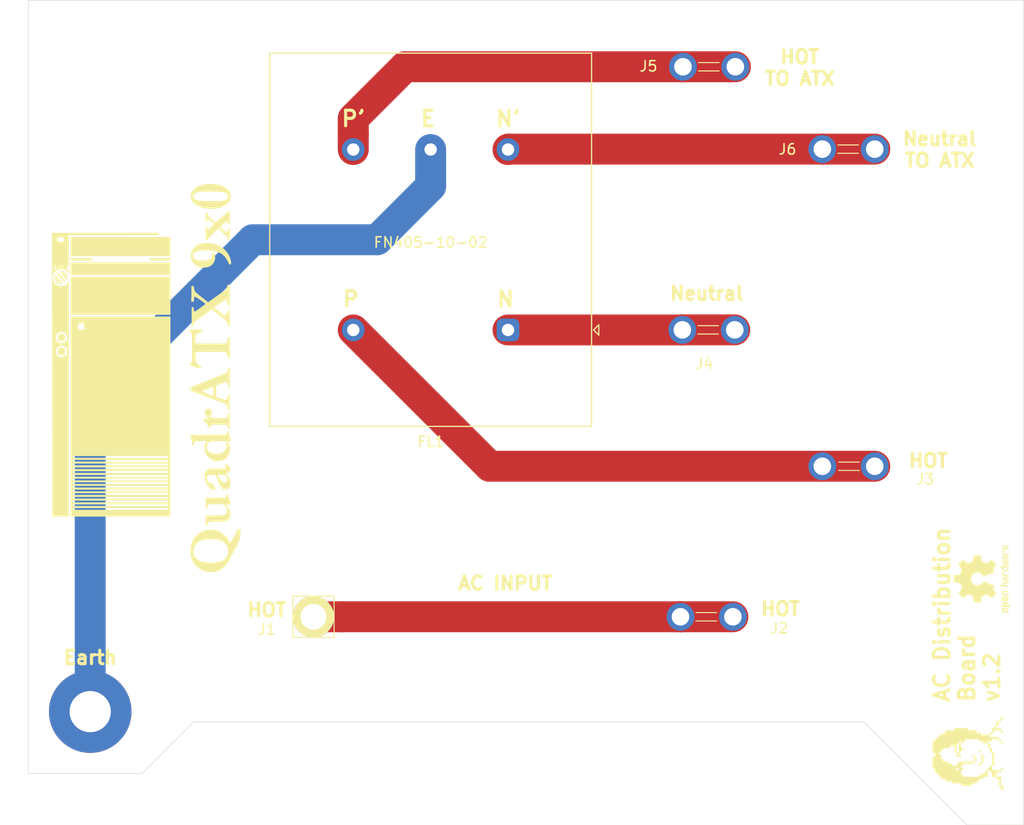
<source format=kicad_pcb>
(kicad_pcb (version 20171130) (host pcbnew "(5.1.5-0-10_14)")

  (general
    (thickness 1.6)
    (drawings 23)
    (tracks 24)
    (zones 0)
    (modules 15)
    (nets 7)
  )

  (page A4)
  (title_block
    (title "QuadrATX AC Board")
    (rev v01)
    (comment 2 creativecommons.org/licenses/by/4.0/)
    (comment 3 "License: CC BY 4.0")
    (comment 4 "Author: Lambert Delorme")
  )

  (layers
    (0 F.Cu signal)
    (31 B.Cu signal)
    (32 B.Adhes user)
    (33 F.Adhes user)
    (34 B.Paste user)
    (35 F.Paste user)
    (36 B.SilkS user)
    (37 F.SilkS user)
    (38 B.Mask user)
    (39 F.Mask user)
    (40 Dwgs.User user)
    (41 Cmts.User user)
    (42 Eco1.User user)
    (43 Eco2.User user)
    (44 Edge.Cuts user)
    (45 Margin user)
    (46 B.CrtYd user)
    (47 F.CrtYd user)
    (48 B.Fab user)
    (49 F.Fab user)
  )

  (setup
    (last_trace_width 0.25)
    (user_trace_width 1)
    (user_trace_width 3)
    (trace_clearance 0.2)
    (zone_clearance 1)
    (zone_45_only no)
    (trace_min 0.2)
    (via_size 0.8)
    (via_drill 0.4)
    (via_min_size 0.4)
    (via_min_drill 0.3)
    (uvia_size 0.3)
    (uvia_drill 0.1)
    (uvias_allowed no)
    (uvia_min_size 0.2)
    (uvia_min_drill 0.1)
    (edge_width 0.05)
    (segment_width 0.2)
    (pcb_text_width 0.3)
    (pcb_text_size 1.5 1.5)
    (mod_edge_width 0.12)
    (mod_text_size 1 1)
    (mod_text_width 0.15)
    (pad_size 8 8)
    (pad_drill 4)
    (pad_to_mask_clearance 0.051)
    (solder_mask_min_width 0.25)
    (aux_axis_origin 0 0)
    (visible_elements FFFFFF7F)
    (pcbplotparams
      (layerselection 0x010f0_ffffffff)
      (usegerberextensions true)
      (usegerberattributes false)
      (usegerberadvancedattributes false)
      (creategerberjobfile false)
      (excludeedgelayer true)
      (linewidth 0.100000)
      (plotframeref false)
      (viasonmask false)
      (mode 1)
      (useauxorigin false)
      (hpglpennumber 1)
      (hpglpenspeed 20)
      (hpglpendiameter 15.000000)
      (psnegative false)
      (psa4output false)
      (plotreference true)
      (plotvalue true)
      (plotinvisibletext false)
      (padsonsilk false)
      (subtractmaskfromsilk false)
      (outputformat 1)
      (mirror false)
      (drillshape 0)
      (scaleselection 1)
      (outputdirectory "Gerbers/"))
  )

  (net 0 "")
  (net 1 Earth)
  (net 2 /Neutral_SW)
  (net 3 /Neutral_Out)
  (net 4 /Phase_Out)
  (net 5 /Phase_SW)
  (net 6 /Phase_Input)

  (net_class Default "This is the default net class."
    (clearance 0.2)
    (trace_width 0.25)
    (via_dia 0.8)
    (via_drill 0.4)
    (uvia_dia 0.3)
    (uvia_drill 0.1)
  )

  (net_class DC ""
    (clearance 8)
    (trace_width 1)
    (via_dia 0.8)
    (via_drill 0.4)
    (uvia_dia 0.3)
    (uvia_drill 0.1)
  )

  (net_class Earth ""
    (clearance 2.5)
    (trace_width 3)
    (via_dia 0.8)
    (via_drill 0.4)
    (uvia_dia 0.3)
    (uvia_drill 0.1)
    (add_net Earth)
  )

  (net_class "Power AC" ""
    (clearance 4.5)
    (trace_width 3)
    (via_dia 0.8)
    (via_drill 0.4)
    (uvia_dia 0.3)
    (uvia_drill 0.1)
    (add_net /Neutral_Out)
    (add_net /Neutral_SW)
    (add_net /Phase_Input)
    (add_net /Phase_Out)
    (add_net /Phase_SW)
  )

  (module Symbol:OSHW-Logo2_7.3x6mm_SilkScreen (layer F.Cu) (tedit 0) (tstamp 62B756F2)
    (at 161.46 106.13 90)
    (descr "Open Source Hardware Symbol")
    (tags "Logo Symbol OSHW")
    (attr virtual)
    (fp_text reference REF** (at 0 0 90) (layer F.SilkS) hide
      (effects (font (size 1 1) (thickness 0.15)))
    )
    (fp_text value OSHW-Logo2_7.3x6mm_SilkScreen (at 0.75 0 90) (layer F.Fab) hide
      (effects (font (size 1 1) (thickness 0.15)))
    )
    (fp_poly (pts (xy 0.10391 -2.757652) (xy 0.182454 -2.757222) (xy 0.239298 -2.756058) (xy 0.278105 -2.753793)
      (xy 0.302538 -2.75006) (xy 0.316262 -2.744494) (xy 0.32294 -2.736727) (xy 0.326236 -2.726395)
      (xy 0.326556 -2.725057) (xy 0.331562 -2.700921) (xy 0.340829 -2.653299) (xy 0.353392 -2.587259)
      (xy 0.368287 -2.507872) (xy 0.384551 -2.420204) (xy 0.385119 -2.417125) (xy 0.40141 -2.331211)
      (xy 0.416652 -2.255304) (xy 0.429861 -2.193955) (xy 0.440054 -2.151718) (xy 0.446248 -2.133145)
      (xy 0.446543 -2.132816) (xy 0.464788 -2.123747) (xy 0.502405 -2.108633) (xy 0.551271 -2.090738)
      (xy 0.551543 -2.090642) (xy 0.613093 -2.067507) (xy 0.685657 -2.038035) (xy 0.754057 -2.008403)
      (xy 0.757294 -2.006938) (xy 0.868702 -1.956374) (xy 1.115399 -2.12484) (xy 1.191077 -2.176197)
      (xy 1.259631 -2.222111) (xy 1.317088 -2.25997) (xy 1.359476 -2.287163) (xy 1.382825 -2.301079)
      (xy 1.385042 -2.302111) (xy 1.40201 -2.297516) (xy 1.433701 -2.275345) (xy 1.481352 -2.234553)
      (xy 1.546198 -2.174095) (xy 1.612397 -2.109773) (xy 1.676214 -2.046388) (xy 1.733329 -1.988549)
      (xy 1.780305 -1.939825) (xy 1.813703 -1.90379) (xy 1.830085 -1.884016) (xy 1.830694 -1.882998)
      (xy 1.832505 -1.869428) (xy 1.825683 -1.847267) (xy 1.80854 -1.813522) (xy 1.779393 -1.7652)
      (xy 1.736555 -1.699308) (xy 1.679448 -1.614483) (xy 1.628766 -1.539823) (xy 1.583461 -1.47286)
      (xy 1.54615 -1.417484) (xy 1.519452 -1.37758) (xy 1.505985 -1.357038) (xy 1.505137 -1.355644)
      (xy 1.506781 -1.335962) (xy 1.519245 -1.297707) (xy 1.540048 -1.248111) (xy 1.547462 -1.232272)
      (xy 1.579814 -1.16171) (xy 1.614328 -1.081647) (xy 1.642365 -1.012371) (xy 1.662568 -0.960955)
      (xy 1.678615 -0.921881) (xy 1.687888 -0.901459) (xy 1.689041 -0.899886) (xy 1.706096 -0.897279)
      (xy 1.746298 -0.890137) (xy 1.804302 -0.879477) (xy 1.874763 -0.866315) (xy 1.952335 -0.851667)
      (xy 2.031672 -0.836551) (xy 2.107431 -0.821982) (xy 2.174264 -0.808978) (xy 2.226828 -0.798555)
      (xy 2.259776 -0.79173) (xy 2.267857 -0.789801) (xy 2.276205 -0.785038) (xy 2.282506 -0.774282)
      (xy 2.287045 -0.753902) (xy 2.290104 -0.720266) (xy 2.291967 -0.669745) (xy 2.292918 -0.598708)
      (xy 2.29324 -0.503524) (xy 2.293257 -0.464508) (xy 2.293257 -0.147201) (xy 2.217057 -0.132161)
      (xy 2.174663 -0.124005) (xy 2.1114 -0.112101) (xy 2.034962 -0.097884) (xy 1.953043 -0.08279)
      (xy 1.9304 -0.078645) (xy 1.854806 -0.063947) (xy 1.788953 -0.049495) (xy 1.738366 -0.036625)
      (xy 1.708574 -0.026678) (xy 1.703612 -0.023713) (xy 1.691426 -0.002717) (xy 1.673953 0.037967)
      (xy 1.654577 0.090322) (xy 1.650734 0.1016) (xy 1.625339 0.171523) (xy 1.593817 0.250418)
      (xy 1.562969 0.321266) (xy 1.562817 0.321595) (xy 1.511447 0.432733) (xy 1.680399 0.681253)
      (xy 1.849352 0.929772) (xy 1.632429 1.147058) (xy 1.566819 1.211726) (xy 1.506979 1.268733)
      (xy 1.456267 1.315033) (xy 1.418046 1.347584) (xy 1.395675 1.363343) (xy 1.392466 1.364343)
      (xy 1.373626 1.356469) (xy 1.33518 1.334578) (xy 1.28133 1.301267) (xy 1.216276 1.259131)
      (xy 1.14594 1.211943) (xy 1.074555 1.16381) (xy 1.010908 1.121928) (xy 0.959041 1.088871)
      (xy 0.922995 1.067218) (xy 0.906867 1.059543) (xy 0.887189 1.066037) (xy 0.849875 1.08315)
      (xy 0.802621 1.107326) (xy 0.797612 1.110013) (xy 0.733977 1.141927) (xy 0.690341 1.157579)
      (xy 0.663202 1.157745) (xy 0.649057 1.143204) (xy 0.648975 1.143) (xy 0.641905 1.125779)
      (xy 0.625042 1.084899) (xy 0.599695 1.023525) (xy 0.567171 0.944819) (xy 0.528778 0.851947)
      (xy 0.485822 0.748072) (xy 0.444222 0.647502) (xy 0.398504 0.536516) (xy 0.356526 0.433703)
      (xy 0.319548 0.342215) (xy 0.288827 0.265201) (xy 0.265622 0.205815) (xy 0.25119 0.167209)
      (xy 0.246743 0.1528) (xy 0.257896 0.136272) (xy 0.287069 0.10993) (xy 0.325971 0.080887)
      (xy 0.436757 -0.010961) (xy 0.523351 -0.116241) (xy 0.584716 -0.232734) (xy 0.619815 -0.358224)
      (xy 0.627608 -0.490493) (xy 0.621943 -0.551543) (xy 0.591078 -0.678205) (xy 0.53792 -0.790059)
      (xy 0.465767 -0.885999) (xy 0.377917 -0.964924) (xy 0.277665 -1.02573) (xy 0.16831 -1.067313)
      (xy 0.053147 -1.088572) (xy -0.064525 -1.088401) (xy -0.18141 -1.065699) (xy -0.294211 -1.019362)
      (xy -0.399631 -0.948287) (xy -0.443632 -0.908089) (xy -0.528021 -0.804871) (xy -0.586778 -0.692075)
      (xy -0.620296 -0.57299) (xy -0.628965 -0.450905) (xy -0.613177 -0.329107) (xy -0.573322 -0.210884)
      (xy -0.509793 -0.099525) (xy -0.422979 0.001684) (xy -0.325971 0.080887) (xy -0.285563 0.111162)
      (xy -0.257018 0.137219) (xy -0.246743 0.152825) (xy -0.252123 0.169843) (xy -0.267425 0.2105)
      (xy -0.291388 0.271642) (xy -0.322756 0.350119) (xy -0.360268 0.44278) (xy -0.402667 0.546472)
      (xy -0.444337 0.647526) (xy -0.49031 0.758607) (xy -0.532893 0.861541) (xy -0.570779 0.953165)
      (xy -0.60266 1.030316) (xy -0.627229 1.089831) (xy -0.64318 1.128544) (xy -0.64909 1.143)
      (xy -0.663052 1.157685) (xy -0.69006 1.157642) (xy -0.733587 1.142099) (xy -0.79711 1.110284)
      (xy -0.797612 1.110013) (xy -0.84544 1.085323) (xy -0.884103 1.067338) (xy -0.905905 1.059614)
      (xy -0.906867 1.059543) (xy -0.923279 1.067378) (xy -0.959513 1.089165) (xy -1.011526 1.122328)
      (xy -1.075275 1.164291) (xy -1.14594 1.211943) (xy -1.217884 1.260191) (xy -1.282726 1.302151)
      (xy -1.336265 1.335227) (xy -1.374303 1.356821) (xy -1.392467 1.364343) (xy -1.409192 1.354457)
      (xy -1.44282 1.326826) (xy -1.48999 1.284495) (xy -1.547342 1.230505) (xy -1.611516 1.167899)
      (xy -1.632503 1.146983) (xy -1.849501 0.929623) (xy -1.684332 0.68722) (xy -1.634136 0.612781)
      (xy -1.590081 0.545972) (xy -1.554638 0.490665) (xy -1.530281 0.450729) (xy -1.519478 0.430036)
      (xy -1.519162 0.428563) (xy -1.524857 0.409058) (xy -1.540174 0.369822) (xy -1.562463 0.31743)
      (xy -1.578107 0.282355) (xy -1.607359 0.215201) (xy -1.634906 0.147358) (xy -1.656263 0.090034)
      (xy -1.662065 0.072572) (xy -1.678548 0.025938) (xy -1.69466 -0.010095) (xy -1.70351 -0.023713)
      (xy -1.72304 -0.032048) (xy -1.765666 -0.043863) (xy -1.825855 -0.057819) (xy -1.898078 -0.072578)
      (xy -1.9304 -0.078645) (xy -2.012478 -0.093727) (xy -2.091205 -0.108331) (xy -2.158891 -0.12102)
      (xy -2.20784 -0.130358) (xy -2.217057 -0.132161) (xy -2.293257 -0.147201) (xy -2.293257 -0.464508)
      (xy -2.293086 -0.568846) (xy -2.292384 -0.647787) (xy -2.290866 -0.704962) (xy -2.288251 -0.744001)
      (xy -2.284254 -0.768535) (xy -2.278591 -0.782195) (xy -2.27098 -0.788611) (xy -2.267857 -0.789801)
      (xy -2.249022 -0.79402) (xy -2.207412 -0.802438) (xy -2.14837 -0.814039) (xy -2.077243 -0.827805)
      (xy -1.999375 -0.84272) (xy -1.920113 -0.857768) (xy -1.844802 -0.871931) (xy -1.778787 -0.884194)
      (xy -1.727413 -0.893539) (xy -1.696025 -0.89895) (xy -1.689041 -0.899886) (xy -1.682715 -0.912404)
      (xy -1.66871 -0.945754) (xy -1.649645 -0.993623) (xy -1.642366 -1.012371) (xy -1.613004 -1.084805)
      (xy -1.578429 -1.16483) (xy -1.547463 -1.232272) (xy -1.524677 -1.283841) (xy -1.509518 -1.326215)
      (xy -1.504458 -1.352166) (xy -1.505264 -1.355644) (xy -1.515959 -1.372064) (xy -1.54038 -1.408583)
      (xy -1.575905 -1.461313) (xy -1.619913 -1.526365) (xy -1.669783 -1.599849) (xy -1.679644 -1.614355)
      (xy -1.737508 -1.700296) (xy -1.780044 -1.765739) (xy -1.808946 -1.813696) (xy -1.82591 -1.84718)
      (xy -1.832633 -1.869205) (xy -1.83081 -1.882783) (xy -1.830764 -1.882869) (xy -1.816414 -1.900703)
      (xy -1.784677 -1.935183) (xy -1.73899 -1.982732) (xy -1.682796 -2.039778) (xy -1.619532 -2.102745)
      (xy -1.612398 -2.109773) (xy -1.53267 -2.18698) (xy -1.471143 -2.24367) (xy -1.426579 -2.28089)
      (xy -1.397743 -2.299685) (xy -1.385042 -2.302111) (xy -1.366506 -2.291529) (xy -1.328039 -2.267084)
      (xy -1.273614 -2.231388) (xy -1.207202 -2.187053) (xy -1.132775 -2.136689) (xy -1.115399 -2.12484)
      (xy -0.868703 -1.956374) (xy -0.757294 -2.006938) (xy -0.689543 -2.036405) (xy -0.616817 -2.066041)
      (xy -0.554297 -2.08967) (xy -0.551543 -2.090642) (xy -0.50264 -2.108543) (xy -0.464943 -2.12368)
      (xy -0.446575 -2.13279) (xy -0.446544 -2.132816) (xy -0.440715 -2.149283) (xy -0.430808 -2.189781)
      (xy -0.417805 -2.249758) (xy -0.402691 -2.32466) (xy -0.386448 -2.409936) (xy -0.385119 -2.417125)
      (xy -0.368825 -2.504986) (xy -0.353867 -2.58474) (xy -0.341209 -2.651319) (xy -0.331814 -2.699653)
      (xy -0.326646 -2.724675) (xy -0.326556 -2.725057) (xy -0.323411 -2.735701) (xy -0.317296 -2.743738)
      (xy -0.304547 -2.749533) (xy -0.2815 -2.753453) (xy -0.244491 -2.755865) (xy -0.189856 -2.757135)
      (xy -0.113933 -2.757629) (xy -0.013056 -2.757714) (xy 0 -2.757714) (xy 0.10391 -2.757652)) (layer F.SilkS) (width 0.01))
    (fp_poly (pts (xy 3.153595 1.966966) (xy 3.211021 2.004497) (xy 3.238719 2.038096) (xy 3.260662 2.099064)
      (xy 3.262405 2.147308) (xy 3.258457 2.211816) (xy 3.109686 2.276934) (xy 3.037349 2.310202)
      (xy 2.990084 2.336964) (xy 2.965507 2.360144) (xy 2.961237 2.382667) (xy 2.974889 2.407455)
      (xy 2.989943 2.423886) (xy 3.033746 2.450235) (xy 3.081389 2.452081) (xy 3.125145 2.431546)
      (xy 3.157289 2.390752) (xy 3.163038 2.376347) (xy 3.190576 2.331356) (xy 3.222258 2.312182)
      (xy 3.265714 2.295779) (xy 3.265714 2.357966) (xy 3.261872 2.400283) (xy 3.246823 2.435969)
      (xy 3.21528 2.476943) (xy 3.210592 2.482267) (xy 3.175506 2.51872) (xy 3.145347 2.538283)
      (xy 3.107615 2.547283) (xy 3.076335 2.55023) (xy 3.020385 2.550965) (xy 2.980555 2.54166)
      (xy 2.955708 2.527846) (xy 2.916656 2.497467) (xy 2.889625 2.464613) (xy 2.872517 2.423294)
      (xy 2.863238 2.367521) (xy 2.859693 2.291305) (xy 2.85941 2.252622) (xy 2.860372 2.206247)
      (xy 2.948007 2.206247) (xy 2.949023 2.231126) (xy 2.951556 2.2352) (xy 2.968274 2.229665)
      (xy 3.004249 2.215017) (xy 3.052331 2.19419) (xy 3.062386 2.189714) (xy 3.123152 2.158814)
      (xy 3.156632 2.131657) (xy 3.16399 2.10622) (xy 3.146391 2.080481) (xy 3.131856 2.069109)
      (xy 3.07941 2.046364) (xy 3.030322 2.050122) (xy 2.989227 2.077884) (xy 2.960758 2.127152)
      (xy 2.951631 2.166257) (xy 2.948007 2.206247) (xy 2.860372 2.206247) (xy 2.861285 2.162249)
      (xy 2.868196 2.095384) (xy 2.881884 2.046695) (xy 2.904096 2.010849) (xy 2.936574 1.982513)
      (xy 2.950733 1.973355) (xy 3.015053 1.949507) (xy 3.085473 1.948006) (xy 3.153595 1.966966)) (layer F.SilkS) (width 0.01))
    (fp_poly (pts (xy 2.6526 1.958752) (xy 2.669948 1.966334) (xy 2.711356 1.999128) (xy 2.746765 2.046547)
      (xy 2.768664 2.097151) (xy 2.772229 2.122098) (xy 2.760279 2.156927) (xy 2.734067 2.175357)
      (xy 2.705964 2.186516) (xy 2.693095 2.188572) (xy 2.686829 2.173649) (xy 2.674456 2.141175)
      (xy 2.669028 2.126502) (xy 2.63859 2.075744) (xy 2.59452 2.050427) (xy 2.53801 2.051206)
      (xy 2.533825 2.052203) (xy 2.503655 2.066507) (xy 2.481476 2.094393) (xy 2.466327 2.139287)
      (xy 2.45725 2.204615) (xy 2.453286 2.293804) (xy 2.452914 2.341261) (xy 2.45273 2.416071)
      (xy 2.451522 2.467069) (xy 2.448309 2.499471) (xy 2.442109 2.518495) (xy 2.43194 2.529356)
      (xy 2.416819 2.537272) (xy 2.415946 2.53767) (xy 2.386828 2.549981) (xy 2.372403 2.554514)
      (xy 2.370186 2.540809) (xy 2.368289 2.502925) (xy 2.366847 2.445715) (xy 2.365998 2.374027)
      (xy 2.365829 2.321565) (xy 2.366692 2.220047) (xy 2.37007 2.143032) (xy 2.377142 2.086023)
      (xy 2.389088 2.044526) (xy 2.40709 2.014043) (xy 2.432327 1.99008) (xy 2.457247 1.973355)
      (xy 2.517171 1.951097) (xy 2.586911 1.946076) (xy 2.6526 1.958752)) (layer F.SilkS) (width 0.01))
    (fp_poly (pts (xy 2.144876 1.956335) (xy 2.186667 1.975344) (xy 2.219469 1.998378) (xy 2.243503 2.024133)
      (xy 2.260097 2.057358) (xy 2.270577 2.1028) (xy 2.276271 2.165207) (xy 2.278507 2.249327)
      (xy 2.278743 2.304721) (xy 2.278743 2.520826) (xy 2.241774 2.53767) (xy 2.212656 2.549981)
      (xy 2.198231 2.554514) (xy 2.195472 2.541025) (xy 2.193282 2.504653) (xy 2.191942 2.451542)
      (xy 2.191657 2.409372) (xy 2.190434 2.348447) (xy 2.187136 2.300115) (xy 2.182321 2.270518)
      (xy 2.178496 2.264229) (xy 2.152783 2.270652) (xy 2.112418 2.287125) (xy 2.065679 2.309458)
      (xy 2.020845 2.333457) (xy 1.986193 2.35493) (xy 1.970002 2.369685) (xy 1.969938 2.369845)
      (xy 1.97133 2.397152) (xy 1.983818 2.423219) (xy 2.005743 2.444392) (xy 2.037743 2.451474)
      (xy 2.065092 2.450649) (xy 2.103826 2.450042) (xy 2.124158 2.459116) (xy 2.136369 2.483092)
      (xy 2.137909 2.487613) (xy 2.143203 2.521806) (xy 2.129047 2.542568) (xy 2.092148 2.552462)
      (xy 2.052289 2.554292) (xy 1.980562 2.540727) (xy 1.943432 2.521355) (xy 1.897576 2.475845)
      (xy 1.873256 2.419983) (xy 1.871073 2.360957) (xy 1.891629 2.305953) (xy 1.922549 2.271486)
      (xy 1.95342 2.252189) (xy 2.001942 2.227759) (xy 2.058485 2.202985) (xy 2.06791 2.199199)
      (xy 2.130019 2.171791) (xy 2.165822 2.147634) (xy 2.177337 2.123619) (xy 2.16658 2.096635)
      (xy 2.148114 2.075543) (xy 2.104469 2.049572) (xy 2.056446 2.047624) (xy 2.012406 2.067637)
      (xy 1.980709 2.107551) (xy 1.976549 2.117848) (xy 1.952327 2.155724) (xy 1.916965 2.183842)
      (xy 1.872343 2.206917) (xy 1.872343 2.141485) (xy 1.874969 2.101506) (xy 1.88623 2.069997)
      (xy 1.911199 2.036378) (xy 1.935169 2.010484) (xy 1.972441 1.973817) (xy 2.001401 1.954121)
      (xy 2.032505 1.94622) (xy 2.067713 1.944914) (xy 2.144876 1.956335)) (layer F.SilkS) (width 0.01))
    (fp_poly (pts (xy 1.779833 1.958663) (xy 1.782048 1.99685) (xy 1.783784 2.054886) (xy 1.784899 2.12818)
      (xy 1.785257 2.205055) (xy 1.785257 2.465196) (xy 1.739326 2.511127) (xy 1.707675 2.539429)
      (xy 1.67989 2.550893) (xy 1.641915 2.550168) (xy 1.62684 2.548321) (xy 1.579726 2.542948)
      (xy 1.540756 2.539869) (xy 1.531257 2.539585) (xy 1.499233 2.541445) (xy 1.453432 2.546114)
      (xy 1.435674 2.548321) (xy 1.392057 2.551735) (xy 1.362745 2.54432) (xy 1.33368 2.521427)
      (xy 1.323188 2.511127) (xy 1.277257 2.465196) (xy 1.277257 1.978602) (xy 1.314226 1.961758)
      (xy 1.346059 1.949282) (xy 1.364683 1.944914) (xy 1.369458 1.958718) (xy 1.373921 1.997286)
      (xy 1.377775 2.056356) (xy 1.380722 2.131663) (xy 1.382143 2.195286) (xy 1.386114 2.445657)
      (xy 1.420759 2.450556) (xy 1.452268 2.447131) (xy 1.467708 2.436041) (xy 1.472023 2.415308)
      (xy 1.475708 2.371145) (xy 1.478469 2.309146) (xy 1.480012 2.234909) (xy 1.480235 2.196706)
      (xy 1.480457 1.976783) (xy 1.526166 1.960849) (xy 1.558518 1.950015) (xy 1.576115 1.944962)
      (xy 1.576623 1.944914) (xy 1.578388 1.958648) (xy 1.580329 1.99673) (xy 1.582282 2.054482)
      (xy 1.584084 2.127227) (xy 1.585343 2.195286) (xy 1.589314 2.445657) (xy 1.6764 2.445657)
      (xy 1.680396 2.21724) (xy 1.684392 1.988822) (xy 1.726847 1.966868) (xy 1.758192 1.951793)
      (xy 1.776744 1.944951) (xy 1.777279 1.944914) (xy 1.779833 1.958663)) (layer F.SilkS) (width 0.01))
    (fp_poly (pts (xy 1.190117 2.065358) (xy 1.189933 2.173837) (xy 1.189219 2.257287) (xy 1.187675 2.319704)
      (xy 1.185001 2.365085) (xy 1.180894 2.397429) (xy 1.175055 2.420733) (xy 1.167182 2.438995)
      (xy 1.161221 2.449418) (xy 1.111855 2.505945) (xy 1.049264 2.541377) (xy 0.980013 2.55409)
      (xy 0.910668 2.542463) (xy 0.869375 2.521568) (xy 0.826025 2.485422) (xy 0.796481 2.441276)
      (xy 0.778655 2.383462) (xy 0.770463 2.306313) (xy 0.769302 2.249714) (xy 0.769458 2.245647)
      (xy 0.870857 2.245647) (xy 0.871476 2.31055) (xy 0.874314 2.353514) (xy 0.88084 2.381622)
      (xy 0.892523 2.401953) (xy 0.906483 2.417288) (xy 0.953365 2.44689) (xy 1.003701 2.449419)
      (xy 1.051276 2.424705) (xy 1.054979 2.421356) (xy 1.070783 2.403935) (xy 1.080693 2.383209)
      (xy 1.086058 2.352362) (xy 1.088228 2.304577) (xy 1.088571 2.251748) (xy 1.087827 2.185381)
      (xy 1.084748 2.141106) (xy 1.078061 2.112009) (xy 1.066496 2.091173) (xy 1.057013 2.080107)
      (xy 1.01296 2.052198) (xy 0.962224 2.048843) (xy 0.913796 2.070159) (xy 0.90445 2.078073)
      (xy 0.88854 2.095647) (xy 0.87861 2.116587) (xy 0.873278 2.147782) (xy 0.871163 2.196122)
      (xy 0.870857 2.245647) (xy 0.769458 2.245647) (xy 0.77281 2.158568) (xy 0.784726 2.090086)
      (xy 0.807135 2.0386) (xy 0.842124 1.998443) (xy 0.869375 1.977861) (xy 0.918907 1.955625)
      (xy 0.976316 1.945304) (xy 1.029682 1.948067) (xy 1.059543 1.959212) (xy 1.071261 1.962383)
      (xy 1.079037 1.950557) (xy 1.084465 1.918866) (xy 1.088571 1.870593) (xy 1.093067 1.816829)
      (xy 1.099313 1.784482) (xy 1.110676 1.765985) (xy 1.130528 1.75377) (xy 1.143 1.748362)
      (xy 1.190171 1.728601) (xy 1.190117 2.065358)) (layer F.SilkS) (width 0.01))
    (fp_poly (pts (xy 0.529926 1.949755) (xy 0.595858 1.974084) (xy 0.649273 2.017117) (xy 0.670164 2.047409)
      (xy 0.692939 2.102994) (xy 0.692466 2.143186) (xy 0.668562 2.170217) (xy 0.659717 2.174813)
      (xy 0.62153 2.189144) (xy 0.602028 2.185472) (xy 0.595422 2.161407) (xy 0.595086 2.148114)
      (xy 0.582992 2.09921) (xy 0.551471 2.064999) (xy 0.507659 2.048476) (xy 0.458695 2.052634)
      (xy 0.418894 2.074227) (xy 0.40545 2.086544) (xy 0.395921 2.101487) (xy 0.389485 2.124075)
      (xy 0.385317 2.159328) (xy 0.382597 2.212266) (xy 0.380502 2.287907) (xy 0.37996 2.311857)
      (xy 0.377981 2.39379) (xy 0.375731 2.451455) (xy 0.372357 2.489608) (xy 0.367006 2.513004)
      (xy 0.358824 2.526398) (xy 0.346959 2.534545) (xy 0.339362 2.538144) (xy 0.307102 2.550452)
      (xy 0.288111 2.554514) (xy 0.281836 2.540948) (xy 0.278006 2.499934) (xy 0.2766 2.430999)
      (xy 0.277598 2.333669) (xy 0.277908 2.318657) (xy 0.280101 2.229859) (xy 0.282693 2.165019)
      (xy 0.286382 2.119067) (xy 0.291864 2.086935) (xy 0.299835 2.063553) (xy 0.310993 2.043852)
      (xy 0.31683 2.03541) (xy 0.350296 1.998057) (xy 0.387727 1.969003) (xy 0.392309 1.966467)
      (xy 0.459426 1.946443) (xy 0.529926 1.949755)) (layer F.SilkS) (width 0.01))
    (fp_poly (pts (xy 0.039744 1.950968) (xy 0.096616 1.972087) (xy 0.097267 1.972493) (xy 0.13244 1.99838)
      (xy 0.158407 2.028633) (xy 0.17667 2.068058) (xy 0.188732 2.121462) (xy 0.196096 2.193651)
      (xy 0.200264 2.289432) (xy 0.200629 2.303078) (xy 0.205876 2.508842) (xy 0.161716 2.531678)
      (xy 0.129763 2.54711) (xy 0.11047 2.554423) (xy 0.109578 2.554514) (xy 0.106239 2.541022)
      (xy 0.103587 2.504626) (xy 0.101956 2.451452) (xy 0.1016 2.408393) (xy 0.101592 2.338641)
      (xy 0.098403 2.294837) (xy 0.087288 2.273944) (xy 0.063501 2.272925) (xy 0.022296 2.288741)
      (xy -0.039914 2.317815) (xy -0.085659 2.341963) (xy -0.109187 2.362913) (xy -0.116104 2.385747)
      (xy -0.116114 2.386877) (xy -0.104701 2.426212) (xy -0.070908 2.447462) (xy -0.019191 2.450539)
      (xy 0.018061 2.450006) (xy 0.037703 2.460735) (xy 0.049952 2.486505) (xy 0.057002 2.519337)
      (xy 0.046842 2.537966) (xy 0.043017 2.540632) (xy 0.007001 2.55134) (xy -0.043434 2.552856)
      (xy -0.095374 2.545759) (xy -0.132178 2.532788) (xy -0.183062 2.489585) (xy -0.211986 2.429446)
      (xy -0.217714 2.382462) (xy -0.213343 2.340082) (xy -0.197525 2.305488) (xy -0.166203 2.274763)
      (xy -0.115322 2.24399) (xy -0.040824 2.209252) (xy -0.036286 2.207288) (xy 0.030821 2.176287)
      (xy 0.072232 2.150862) (xy 0.089981 2.128014) (xy 0.086107 2.104745) (xy 0.062643 2.078056)
      (xy 0.055627 2.071914) (xy 0.00863 2.0481) (xy -0.040067 2.049103) (xy -0.082478 2.072451)
      (xy -0.110616 2.115675) (xy -0.113231 2.12416) (xy -0.138692 2.165308) (xy -0.170999 2.185128)
      (xy -0.217714 2.20477) (xy -0.217714 2.15395) (xy -0.203504 2.080082) (xy -0.161325 2.012327)
      (xy -0.139376 1.989661) (xy -0.089483 1.960569) (xy -0.026033 1.9474) (xy 0.039744 1.950968)) (layer F.SilkS) (width 0.01))
    (fp_poly (pts (xy -0.624114 1.851289) (xy -0.619861 1.910613) (xy -0.614975 1.945572) (xy -0.608205 1.96082)
      (xy -0.598298 1.961015) (xy -0.595086 1.959195) (xy -0.552356 1.946015) (xy -0.496773 1.946785)
      (xy -0.440263 1.960333) (xy -0.404918 1.977861) (xy -0.368679 2.005861) (xy -0.342187 2.037549)
      (xy -0.324001 2.077813) (xy -0.312678 2.131543) (xy -0.306778 2.203626) (xy -0.304857 2.298951)
      (xy -0.304823 2.317237) (xy -0.3048 2.522646) (xy -0.350509 2.53858) (xy -0.382973 2.54942)
      (xy -0.400785 2.554468) (xy -0.401309 2.554514) (xy -0.403063 2.540828) (xy -0.404556 2.503076)
      (xy -0.405674 2.446224) (xy -0.406303 2.375234) (xy -0.4064 2.332073) (xy -0.406602 2.246973)
      (xy -0.407642 2.185981) (xy -0.410169 2.144177) (xy -0.414836 2.116642) (xy -0.422293 2.098456)
      (xy -0.433189 2.084698) (xy -0.439993 2.078073) (xy -0.486728 2.051375) (xy -0.537728 2.049375)
      (xy -0.583999 2.071955) (xy -0.592556 2.080107) (xy -0.605107 2.095436) (xy -0.613812 2.113618)
      (xy -0.619369 2.139909) (xy -0.622474 2.179562) (xy -0.623824 2.237832) (xy -0.624114 2.318173)
      (xy -0.624114 2.522646) (xy -0.669823 2.53858) (xy -0.702287 2.54942) (xy -0.720099 2.554468)
      (xy -0.720623 2.554514) (xy -0.721963 2.540623) (xy -0.723172 2.501439) (xy -0.724199 2.4407)
      (xy -0.724998 2.362141) (xy -0.725519 2.269498) (xy -0.725714 2.166509) (xy -0.725714 1.769342)
      (xy -0.678543 1.749444) (xy -0.631371 1.729547) (xy -0.624114 1.851289)) (layer F.SilkS) (width 0.01))
    (fp_poly (pts (xy -1.831697 1.931239) (xy -1.774473 1.969735) (xy -1.730251 2.025335) (xy -1.703833 2.096086)
      (xy -1.69849 2.148162) (xy -1.699097 2.169893) (xy -1.704178 2.186531) (xy -1.718145 2.201437)
      (xy -1.745411 2.217973) (xy -1.790388 2.239498) (xy -1.857489 2.269374) (xy -1.857829 2.269524)
      (xy -1.919593 2.297813) (xy -1.970241 2.322933) (xy -2.004596 2.342179) (xy -2.017482 2.352848)
      (xy -2.017486 2.352934) (xy -2.006128 2.376166) (xy -1.979569 2.401774) (xy -1.949077 2.420221)
      (xy -1.93363 2.423886) (xy -1.891485 2.411212) (xy -1.855192 2.379471) (xy -1.837483 2.344572)
      (xy -1.820448 2.318845) (xy -1.787078 2.289546) (xy -1.747851 2.264235) (xy -1.713244 2.250471)
      (xy -1.706007 2.249714) (xy -1.697861 2.26216) (xy -1.69737 2.293972) (xy -1.703357 2.336866)
      (xy -1.714643 2.382558) (xy -1.73005 2.422761) (xy -1.730829 2.424322) (xy -1.777196 2.489062)
      (xy -1.837289 2.533097) (xy -1.905535 2.554711) (xy -1.976362 2.552185) (xy -2.044196 2.523804)
      (xy -2.047212 2.521808) (xy -2.100573 2.473448) (xy -2.13566 2.410352) (xy -2.155078 2.327387)
      (xy -2.157684 2.304078) (xy -2.162299 2.194055) (xy -2.156767 2.142748) (xy -2.017486 2.142748)
      (xy -2.015676 2.174753) (xy -2.005778 2.184093) (xy -1.981102 2.177105) (xy -1.942205 2.160587)
      (xy -1.898725 2.139881) (xy -1.897644 2.139333) (xy -1.860791 2.119949) (xy -1.846 2.107013)
      (xy -1.849647 2.093451) (xy -1.865005 2.075632) (xy -1.904077 2.049845) (xy -1.946154 2.04795)
      (xy -1.983897 2.066717) (xy -2.009966 2.102915) (xy -2.017486 2.142748) (xy -2.156767 2.142748)
      (xy -2.152806 2.106027) (xy -2.12845 2.036212) (xy -2.094544 1.987302) (xy -2.033347 1.937878)
      (xy -1.965937 1.913359) (xy -1.89712 1.911797) (xy -1.831697 1.931239)) (layer F.SilkS) (width 0.01))
    (fp_poly (pts (xy -2.958885 1.921962) (xy -2.890855 1.957733) (xy -2.840649 2.015301) (xy -2.822815 2.052312)
      (xy -2.808937 2.107882) (xy -2.801833 2.178096) (xy -2.80116 2.254727) (xy -2.806573 2.329552)
      (xy -2.81773 2.394342) (xy -2.834286 2.440873) (xy -2.839374 2.448887) (xy -2.899645 2.508707)
      (xy -2.971231 2.544535) (xy -3.048908 2.55502) (xy -3.127452 2.53881) (xy -3.149311 2.529092)
      (xy -3.191878 2.499143) (xy -3.229237 2.459433) (xy -3.232768 2.454397) (xy -3.247119 2.430124)
      (xy -3.256606 2.404178) (xy -3.26221 2.370022) (xy -3.264914 2.321119) (xy -3.265701 2.250935)
      (xy -3.265714 2.2352) (xy -3.265678 2.230192) (xy -3.120571 2.230192) (xy -3.119727 2.29643)
      (xy -3.116404 2.340386) (xy -3.109417 2.368779) (xy -3.097584 2.388325) (xy -3.091543 2.394857)
      (xy -3.056814 2.41968) (xy -3.023097 2.418548) (xy -2.989005 2.397016) (xy -2.968671 2.374029)
      (xy -2.956629 2.340478) (xy -2.949866 2.287569) (xy -2.949402 2.281399) (xy -2.948248 2.185513)
      (xy -2.960312 2.114299) (xy -2.98543 2.068194) (xy -3.02344 2.047635) (xy -3.037008 2.046514)
      (xy -3.072636 2.052152) (xy -3.097006 2.071686) (xy -3.111907 2.109042) (xy -3.119125 2.16815)
      (xy -3.120571 2.230192) (xy -3.265678 2.230192) (xy -3.265174 2.160413) (xy -3.262904 2.108159)
      (xy -3.257932 2.071949) (xy -3.249287 2.045299) (xy -3.235995 2.021722) (xy -3.233057 2.017338)
      (xy -3.183687 1.958249) (xy -3.129891 1.923947) (xy -3.064398 1.910331) (xy -3.042158 1.909665)
      (xy -2.958885 1.921962)) (layer F.SilkS) (width 0.01))
    (fp_poly (pts (xy -1.283907 1.92778) (xy -1.237328 1.954723) (xy -1.204943 1.981466) (xy -1.181258 2.009484)
      (xy -1.164941 2.043748) (xy -1.154661 2.089227) (xy -1.149086 2.150892) (xy -1.146884 2.233711)
      (xy -1.146629 2.293246) (xy -1.146629 2.512391) (xy -1.208314 2.540044) (xy -1.27 2.567697)
      (xy -1.277257 2.32767) (xy -1.280256 2.238028) (xy -1.283402 2.172962) (xy -1.287299 2.128026)
      (xy -1.292553 2.09877) (xy -1.299769 2.080748) (xy -1.30955 2.069511) (xy -1.312688 2.067079)
      (xy -1.360239 2.048083) (xy -1.408303 2.0556) (xy -1.436914 2.075543) (xy -1.448553 2.089675)
      (xy -1.456609 2.10822) (xy -1.461729 2.136334) (xy -1.464559 2.179173) (xy -1.465744 2.241895)
      (xy -1.465943 2.307261) (xy -1.465982 2.389268) (xy -1.467386 2.447316) (xy -1.472086 2.486465)
      (xy -1.482013 2.51178) (xy -1.499097 2.528323) (xy -1.525268 2.541156) (xy -1.560225 2.554491)
      (xy -1.598404 2.569007) (xy -1.593859 2.311389) (xy -1.592029 2.218519) (xy -1.589888 2.149889)
      (xy -1.586819 2.100711) (xy -1.582206 2.066198) (xy -1.575432 2.041562) (xy -1.565881 2.022016)
      (xy -1.554366 2.00477) (xy -1.49881 1.94968) (xy -1.43102 1.917822) (xy -1.357287 1.910191)
      (xy -1.283907 1.92778)) (layer F.SilkS) (width 0.01))
    (fp_poly (pts (xy -2.400256 1.919918) (xy -2.344799 1.947568) (xy -2.295852 1.99848) (xy -2.282371 2.017338)
      (xy -2.267686 2.042015) (xy -2.258158 2.068816) (xy -2.252707 2.104587) (xy -2.250253 2.156169)
      (xy -2.249714 2.224267) (xy -2.252148 2.317588) (xy -2.260606 2.387657) (xy -2.276826 2.439931)
      (xy -2.302546 2.479869) (xy -2.339503 2.512929) (xy -2.342218 2.514886) (xy -2.37864 2.534908)
      (xy -2.422498 2.544815) (xy -2.478276 2.547257) (xy -2.568952 2.547257) (xy -2.56899 2.635283)
      (xy -2.569834 2.684308) (xy -2.574976 2.713065) (xy -2.588413 2.730311) (xy -2.614142 2.744808)
      (xy -2.620321 2.747769) (xy -2.649236 2.761648) (xy -2.671624 2.770414) (xy -2.688271 2.771171)
      (xy -2.699964 2.761023) (xy -2.70749 2.737073) (xy -2.711634 2.696426) (xy -2.713185 2.636186)
      (xy -2.712929 2.553455) (xy -2.711651 2.445339) (xy -2.711252 2.413) (xy -2.709815 2.301524)
      (xy -2.708528 2.228603) (xy -2.569029 2.228603) (xy -2.568245 2.290499) (xy -2.56476 2.330997)
      (xy -2.556876 2.357708) (xy -2.542895 2.378244) (xy -2.533403 2.38826) (xy -2.494596 2.417567)
      (xy -2.460237 2.419952) (xy -2.424784 2.39575) (xy -2.423886 2.394857) (xy -2.409461 2.376153)
      (xy -2.400687 2.350732) (xy -2.396261 2.311584) (xy -2.394882 2.251697) (xy -2.394857 2.23843)
      (xy -2.398188 2.155901) (xy -2.409031 2.098691) (xy -2.42866 2.063766) (xy -2.45835 2.048094)
      (xy -2.475509 2.046514) (xy -2.516234 2.053926) (xy -2.544168 2.07833) (xy -2.560983 2.12298)
      (xy -2.56835 2.19113) (xy -2.569029 2.228603) (xy -2.708528 2.228603) (xy -2.708292 2.215245)
      (xy -2.706323 2.150333) (xy -2.70355 2.102958) (xy -2.699612 2.06929) (xy -2.694151 2.045498)
      (xy -2.686808 2.027753) (xy -2.677223 2.012224) (xy -2.673113 2.006381) (xy -2.618595 1.951185)
      (xy -2.549664 1.91989) (xy -2.469928 1.911165) (xy -2.400256 1.919918)) (layer F.SilkS) (width 0.01))
  )

  (module Spade_large:7471287_large (layer F.Cu) (tedit 5EA1702D) (tstamp 61C90182)
    (at 132.22 109.8)
    (descr 7471287-2)
    (tags Connector)
    (path /61C892B3)
    (fp_text reference J2 (at 9.58 1.11) (layer F.SilkS)
      (effects (font (size 1 1) (thickness 0.15)))
    )
    (fp_text value 7471287 (at 2.54 0) (layer F.SilkS) hide
      (effects (font (size 1.27 1.27) (thickness 0.254)))
    )
    (fp_text user %R (at 2.54 0) (layer F.Fab)
      (effects (font (size 1.27 1.27) (thickness 0.254)))
    )
    (fp_line (start -0.635 -0.405) (end 5.715 -0.405) (layer F.Fab) (width 0.2))
    (fp_line (start 5.715 -0.405) (end 5.715 0.405) (layer F.Fab) (width 0.2))
    (fp_line (start 5.715 0.405) (end -0.635 0.405) (layer F.Fab) (width 0.2))
    (fp_line (start -0.635 0.405) (end -0.635 -0.405) (layer F.Fab) (width 0.2))
    (fp_line (start -2.05 -2.05) (end 7.13 -2.05) (layer F.CrtYd) (width 0.1))
    (fp_line (start 7.13 -2.05) (end 7.13 2.05) (layer F.CrtYd) (width 0.1))
    (fp_line (start 7.13 2.05) (end -2.05 2.05) (layer F.CrtYd) (width 0.1))
    (fp_line (start -2.05 2.05) (end -2.05 -2.05) (layer F.CrtYd) (width 0.1))
    (fp_line (start 1.5 -0.405) (end 3.5 -0.405) (layer F.SilkS) (width 0.1))
    (fp_line (start 1.5 0.405) (end 3.5 0.405) (layer F.SilkS) (width 0.1))
    (pad 1 thru_hole circle (at 0 0) (size 2.7 2.7) (drill 1.7) (layers *.Cu *.Mask)
      (net 6 /Phase_Input))
    (pad 2 thru_hole circle (at 5.08 0) (size 2.7 2.7) (drill 1.7) (layers *.Cu *.Mask)
      (net 6 /Phase_Input))
    (model 7471287.stp
      (at (xyz 0 0 0))
      (scale (xyz 1 1 1))
      (rotate (xyz 0 0 0))
    )
  )

  (module Spade_large:7471287_large (layer F.Cu) (tedit 5EA1702D) (tstamp 62B6F476)
    (at 151.05 95.2 180)
    (descr 7471287-2)
    (tags Connector)
    (path /61C8EBD2)
    (fp_text reference J3 (at -4.89 -1.25) (layer F.SilkS)
      (effects (font (size 1 1) (thickness 0.15)))
    )
    (fp_text value 7471287 (at 2.54 0) (layer F.SilkS) hide
      (effects (font (size 1.27 1.27) (thickness 0.254)))
    )
    (fp_line (start 1.5 0.405) (end 3.5 0.405) (layer F.SilkS) (width 0.1))
    (fp_line (start 1.5 -0.405) (end 3.5 -0.405) (layer F.SilkS) (width 0.1))
    (fp_line (start -2.05 2.05) (end -2.05 -2.05) (layer F.CrtYd) (width 0.1))
    (fp_line (start 7.13 2.05) (end -2.05 2.05) (layer F.CrtYd) (width 0.1))
    (fp_line (start 7.13 -2.05) (end 7.13 2.05) (layer F.CrtYd) (width 0.1))
    (fp_line (start -2.05 -2.05) (end 7.13 -2.05) (layer F.CrtYd) (width 0.1))
    (fp_line (start -0.635 0.405) (end -0.635 -0.405) (layer F.Fab) (width 0.2))
    (fp_line (start 5.715 0.405) (end -0.635 0.405) (layer F.Fab) (width 0.2))
    (fp_line (start 5.715 -0.405) (end 5.715 0.405) (layer F.Fab) (width 0.2))
    (fp_line (start -0.635 -0.405) (end 5.715 -0.405) (layer F.Fab) (width 0.2))
    (fp_text user %R (at 2.54 0) (layer F.Fab)
      (effects (font (size 1.27 1.27) (thickness 0.254)))
    )
    (pad 2 thru_hole circle (at 5.08 0 180) (size 2.7 2.7) (drill 1.7) (layers *.Cu *.Mask)
      (net 5 /Phase_SW))
    (pad 1 thru_hole circle (at 0 0 180) (size 2.7 2.7) (drill 1.7) (layers *.Cu *.Mask)
      (net 5 /Phase_SW))
    (model 7471287.stp
      (at (xyz 0 0 0))
      (scale (xyz 1 1 1))
      (rotate (xyz 0 0 0))
    )
  )

  (module Pin_PC:JST_LV (layer F.Cu) (tedit 5FB25F37) (tstamp 5EAA9A18)
    (at 96.64 109.8 180)
    (descr "JST B1P-LV-TA")
    (tags Connector)
    (path /5E87F416)
    (fp_text reference J1 (at 4.52 -1.24 180) (layer F.SilkS)
      (effects (font (size 1 1) (thickness 0.15)))
    )
    (fp_text value 1226 (at 0 0 180) (layer F.SilkS) hide
      (effects (font (size 1.27 1.27) (thickness 0.254)))
    )
    (fp_arc (start 0 0) (end -2 0) (angle -180) (layer Dwgs.User) (width 0.1))
    (fp_arc (start 0 0) (end 2 0) (angle -180) (layer Dwgs.User) (width 0.1))
    (fp_arc (start 0 0) (end 1.65 0) (angle -180) (layer Dwgs.User) (width 0.2))
    (fp_arc (start 0 0) (end -1.65 0) (angle -180) (layer Dwgs.User) (width 0.2))
    (fp_line (start 1.65 0) (end 1.65 0) (layer Dwgs.User) (width 0.2))
    (fp_line (start -1.65 0) (end -1.65 0) (layer Dwgs.User) (width 0.2))
    (fp_line (start -2 2) (end -2 -2) (layer F.SilkS) (width 0.1))
    (fp_line (start 2 2) (end -2 2) (layer F.SilkS) (width 0.1))
    (fp_line (start 2 -2) (end 2 2) (layer F.SilkS) (width 0.1))
    (fp_line (start -2 -2) (end 2 -2) (layer F.SilkS) (width 0.1))
    (pad 1 thru_hole circle (at 0 0 270) (size 4 4) (drill 2.51) (layers *.Cu *.Mask F.SilkS)
      (net 6 /Phase_Input))
  )

  (module Logos:QuadrATX_9x0_1000B (layer F.Cu) (tedit 0) (tstamp 5EAB0F39)
    (at 88.71 86.58 90)
    (fp_text reference G*** (at 0 0 90) (layer F.SilkS) hide
      (effects (font (size 1.524 1.524) (thickness 0.3)))
    )
    (fp_text value LOGO (at 0.75 0 90) (layer F.SilkS) hide
      (effects (font (size 1.524 1.524) (thickness 0.3)))
    )
    (fp_poly (pts (xy 14.574733 -2.455795) (xy 14.559133 -2.396091) (xy 14.517176 -2.354577) (xy 14.47165 -2.330287)
      (xy 14.412304 -2.297061) (xy 14.37901 -2.267974) (xy 14.3764 -2.261046) (xy 14.392993 -2.235417)
      (xy 14.437594 -2.182212) (xy 14.502433 -2.109642) (xy 14.579742 -2.02592) (xy 14.661752 -1.939259)
      (xy 14.740695 -1.857871) (xy 14.808801 -1.789969) (xy 14.858302 -1.743765) (xy 14.881164 -1.727447)
      (xy 14.904302 -1.745832) (xy 14.951656 -1.794743) (xy 15.015497 -1.865203) (xy 15.088101 -1.948236)
      (xy 15.16174 -2.034863) (xy 15.228688 -2.11611) (xy 15.281219 -2.182999) (xy 15.311607 -2.226554)
      (xy 15.313181 -2.229375) (xy 15.332125 -2.28235) (xy 15.317021 -2.31926) (xy 15.26162 -2.347635)
      (xy 15.200392 -2.36523) (xy 15.129994 -2.386974) (xy 15.096793 -2.412558) (xy 15.087702 -2.453033)
      (xy 15.087608 -2.460466) (xy 15.087617 -2.5273) (xy 15.570208 -2.529484) (xy 16.0528 -2.531668)
      (xy 16.0528 -2.47292) (xy 16.038833 -2.422994) (xy 15.992686 -2.378968) (xy 15.907987 -2.336424)
      (xy 15.800489 -2.297989) (xy 15.745283 -2.277454) (xy 15.693459 -2.250197) (xy 15.637652 -2.210239)
      (xy 15.570496 -2.151601) (xy 15.484628 -2.068303) (xy 15.37268 -1.954368) (xy 15.355989 -1.937162)
      (xy 15.254619 -1.831886) (xy 15.165413 -1.737968) (xy 15.094518 -1.661982) (xy 15.048082 -1.610504)
      (xy 15.032688 -1.591406) (xy 15.042191 -1.561705) (xy 15.081431 -1.502417) (xy 15.145127 -1.420757)
      (xy 15.227997 -1.323938) (xy 15.230875 -1.320705) (xy 15.327266 -1.210835) (xy 15.44286 -1.076408)
      (xy 15.564923 -0.932373) (xy 15.680726 -0.79368) (xy 15.712093 -0.75565) (xy 15.802095 -0.64755)
      (xy 15.881523 -0.554759) (xy 15.94461 -0.483809) (xy 15.98559 -0.441229) (xy 15.998067 -0.4318)
      (xy 16.042388 -0.410745) (xy 16.088133 -0.360038) (xy 16.121108 -0.298369) (xy 16.128998 -0.259361)
      (xy 16.128996 -0.1905) (xy 14.859 -0.189288) (xy 14.859 -0.24732) (xy 14.870264 -0.287088)
      (xy 14.910273 -0.32475) (xy 14.988351 -0.368751) (xy 14.9987 -0.373868) (xy 15.072348 -0.414786)
      (xy 15.122966 -0.452082) (xy 15.1384 -0.474097) (xy 15.122227 -0.503766) (xy 15.078024 -0.563057)
      (xy 15.012262 -0.644306) (xy 14.931413 -0.73985) (xy 14.841949 -0.842025) (xy 14.750342 -0.943167)
      (xy 14.67217 -1.026191) (xy 14.599641 -1.101467) (xy 14.36102 -0.859335) (xy 14.241721 -0.732185)
      (xy 14.162521 -0.630538) (xy 14.122907 -0.549381) (xy 14.122363 -0.483703) (xy 14.160377 -0.42849)
      (xy 14.236435 -0.378729) (xy 14.308385 -0.345959) (xy 14.372624 -0.312625) (xy 14.397218 -0.277606)
      (xy 14.397285 -0.251576) (xy 14.393055 -0.233611) (xy 14.382211 -0.220059) (xy 14.358295 -0.210231)
      (xy 14.314849 -0.203437) (xy 14.245415 -0.198987) (xy 14.143534 -0.196192) (xy 14.002749 -0.194362)
      (xy 13.84935 -0.193063) (xy 13.670889 -0.191774) (xy 13.536864 -0.19149) (xy 13.440914 -0.192816)
      (xy 13.376676 -0.196358) (xy 13.337787 -0.202721) (xy 13.317886 -0.21251) (xy 13.310611 -0.226332)
      (xy 13.3096 -0.244422) (xy 13.320161 -0.279885) (xy 13.357637 -0.314778) (xy 13.430716 -0.35607)
      (xy 13.475932 -0.377849) (xy 13.538852 -0.410414) (xy 13.602733 -0.451227) (xy 13.673916 -0.505587)
      (xy 13.75874 -0.578793) (xy 13.863547 -0.676145) (xy 13.994679 -0.802943) (xy 14.052583 -0.859805)
      (xy 14.462902 -1.263924) (xy 13.9991 -1.743212) (xy 13.870374 -1.874626) (xy 13.748918 -1.995603)
      (xy 13.640421 -2.100712) (xy 13.550572 -2.18452) (xy 13.48506 -2.241596) (xy 13.452388 -2.265229)
      (xy 13.364937 -2.321151) (xy 13.321055 -2.380203) (xy 13.313889 -2.45172) (xy 13.314114 -2.453693)
      (xy 13.3223 -2.522858) (xy 14.582566 -2.536616) (xy 14.574733 -2.455795)) (layer F.SilkS) (width 0.01))
    (fp_poly (pts (xy 7.471615 -3.914667) (xy 7.568628 -3.90941) (xy 7.612465 -3.905834) (xy 7.710413 -3.899796)
      (xy 7.846377 -3.89521) (xy 8.007588 -3.89231) (xy 8.181277 -3.891332) (xy 8.3439 -3.892367)
      (xy 8.8519 -3.8989) (xy 8.867016 -3.693314) (xy 8.634225 -3.648688) (xy 8.524091 -3.624643)
      (xy 8.427215 -3.598233) (xy 8.358722 -3.57379) (xy 8.34153 -3.564812) (xy 8.297289 -3.52727)
      (xy 8.230311 -3.457259) (xy 8.139288 -3.35322) (xy 8.022908 -3.213599) (xy 7.879862 -3.036838)
      (xy 7.708839 -2.821382) (xy 7.611754 -2.697797) (xy 7.287698 -2.284094) (xy 7.344344 -2.202497)
      (xy 7.399883 -2.123097) (xy 7.476685 -2.014161) (xy 7.570285 -1.881946) (xy 7.676219 -1.732712)
      (xy 7.790023 -1.572715) (xy 7.907234 -1.408213) (xy 8.023388 -1.245465) (xy 8.13402 -1.090729)
      (xy 8.234668 -0.950263) (xy 8.320866 -0.830324) (xy 8.388151 -0.73717) (xy 8.43206 -0.67706)
      (xy 8.440934 -0.665178) (xy 8.520417 -0.570745) (xy 8.599331 -0.506176) (xy 8.69441 -0.461118)
      (xy 8.822389 -0.42522) (xy 8.832631 -0.422869) (xy 8.9789 -0.389617) (xy 8.981686 -0.288591)
      (xy 8.984473 -0.187565) (xy 7.997436 -0.186891) (xy 7.0104 -0.186218) (xy 7.0104 -0.374524)
      (xy 7.23265 -0.419911) (xy 7.371652 -0.450043) (xy 7.466019 -0.477187) (xy 7.52127 -0.506422)
      (xy 7.542925 -0.54283) (xy 7.536503 -0.591492) (xy 7.507524 -0.657487) (xy 7.50218 -0.668012)
      (xy 7.477427 -0.708137) (xy 7.427828 -0.782163) (xy 7.358445 -0.882929) (xy 7.274338 -1.003272)
      (xy 7.180569 -1.136031) (xy 7.0822 -1.274044) (xy 6.984292 -1.410148) (xy 6.891905 -1.537181)
      (xy 6.810102 -1.647982) (xy 6.801614 -1.659344) (xy 6.785838 -1.674356) (xy 6.766752 -1.673665)
      (xy 6.739267 -1.652097) (xy 6.698295 -1.604478) (xy 6.63875 -1.525634) (xy 6.555545 -1.41039)
      (xy 6.552083 -1.405551) (xy 6.468105 -1.289603) (xy 6.387476 -1.180847) (xy 6.318115 -1.089791)
      (xy 6.267939 -1.026945) (xy 6.258736 -1.016208) (xy 6.19852 -0.94254) (xy 6.134708 -0.855964)
      (xy 6.075015 -0.768099) (xy 6.027155 -0.690565) (xy 5.998843 -0.63498) (xy 5.9944 -0.618104)
      (xy 6.010219 -0.575043) (xy 6.061092 -0.533112) (xy 6.152143 -0.489164) (xy 6.279742 -0.442938)
      (xy 6.39196 -0.404036) (xy 6.464079 -0.372379) (xy 6.504856 -0.341288) (xy 6.523046 -0.304085)
      (xy 6.527406 -0.254088) (xy 6.527407 -0.254) (xy 6.527792 -0.1905) (xy 5.739192 -0.189412)
      (xy 4.950593 -0.188323) (xy 4.958146 -0.291012) (xy 4.9657 -0.3937) (xy 5.1169 -0.41248)
      (xy 5.196758 -0.42304) (xy 5.265589 -0.43564) (xy 5.327535 -0.45399) (xy 5.386736 -0.481798)
      (xy 5.447332 -0.522771) (xy 5.513466 -0.580618) (xy 5.589276 -0.659048) (xy 5.678905 -0.761769)
      (xy 5.786494 -0.892488) (xy 5.916182 -1.054915) (xy 6.072111 -1.252758) (xy 6.112338 -1.303936)
      (xy 6.225482 -1.447895) (xy 6.329119 -1.57975) (xy 6.418862 -1.693919) (xy 6.490323 -1.78482)
      (xy 6.539113 -1.846871) (xy 6.560755 -1.874376) (xy 6.565867 -1.921321) (xy 6.534064 -2.00054)
      (xy 6.466262 -2.110396) (xy 6.363372 -2.249254) (xy 6.323872 -2.2987) (xy 6.237208 -2.410817)
      (xy 6.144117 -2.539425) (xy 6.063616 -2.658188) (xy 6.057953 -2.667) (xy 5.999942 -2.754915)
      (xy 5.920419 -2.871459) (xy 5.827929 -3.004305) (xy 5.731017 -3.141128) (xy 5.681414 -3.210167)
      (xy 5.5741 -3.355902) (xy 5.48691 -3.465097) (xy 5.412169 -3.543729) (xy 5.342199 -3.597776)
      (xy 5.269325 -3.633216) (xy 5.18587 -3.656026) (xy 5.088939 -3.671557) (xy 5.011165 -3.684544)
      (xy 4.969626 -3.703031) (xy 4.949893 -3.736278) (xy 4.942889 -3.765304) (xy 4.932007 -3.825484)
      (xy 4.9276 -3.861036) (xy 4.952067 -3.865314) (xy 5.021742 -3.869083) (xy 5.131035 -3.872246)
      (xy 5.274356 -3.87471) (xy 5.446113 -3.87638) (xy 5.640718 -3.877163) (xy 5.852579 -3.876962)
      (xy 5.867373 -3.876911) (xy 6.807147 -3.8735) (xy 6.807173 -3.792662) (xy 6.803462 -3.744691)
      (xy 6.785285 -3.714011) (xy 6.742137 -3.693853) (xy 6.66351 -3.677448) (xy 6.6167 -3.669943)
      (xy 6.503913 -3.651448) (xy 6.432482 -3.636338) (xy 6.393363 -3.621644) (xy 6.377511 -3.604395)
      (xy 6.3754 -3.590689) (xy 6.391599 -3.545288) (xy 6.43952 -3.462573) (xy 6.518142 -3.344071)
      (xy 6.626447 -3.191311) (xy 6.763416 -3.00582) (xy 6.780349 -2.983271) (xy 6.860796 -2.875544)
      (xy 6.936166 -2.773261) (xy 6.997785 -2.688278) (xy 7.0358 -2.634194) (xy 7.077524 -2.577523)
      (xy 7.108712 -2.54403) (xy 7.115984 -2.540174) (xy 7.147014 -2.560388) (xy 7.199719 -2.616598)
      (xy 7.269083 -2.701576) (xy 7.350092 -2.808094) (xy 7.43773 -2.928924) (xy 7.526981 -3.056839)
      (xy 7.61283 -3.18461) (xy 7.690261 -3.30501) (xy 7.75426 -3.41081) (xy 7.799811 -3.494785)
      (xy 7.821898 -3.549704) (xy 7.8232 -3.559357) (xy 7.815253 -3.597058) (xy 7.785905 -3.623089)
      (xy 7.726892 -3.640493) (xy 7.62995 -3.652315) (xy 7.5565 -3.6576) (xy 7.3533 -3.6703)
      (xy 7.345302 -3.782083) (xy 7.345809 -3.853413) (xy 7.3565 -3.901404) (xy 7.363168 -3.90985)
      (xy 7.398732 -3.914885) (xy 7.471615 -3.914667)) (layer F.SilkS) (width 0.01))
    (fp_poly (pts (xy 4.6482 -2.92494) (xy 4.555492 -2.894344) (xy 4.492349 -2.87723) (xy 4.45507 -2.883471)
      (xy 4.422522 -2.917146) (xy 4.419979 -2.920497) (xy 4.391421 -2.968487) (xy 4.350625 -3.049719)
      (xy 4.304382 -3.15033) (xy 4.281316 -3.203624) (xy 4.234106 -3.306132) (xy 4.187033 -3.393208)
      (xy 4.147273 -3.452181) (xy 4.131777 -3.467601) (xy 4.098598 -3.482735) (xy 4.044249 -3.493453)
      (xy 3.961363 -3.500363) (xy 3.842575 -3.504076) (xy 3.680516 -3.5052) (xy 3.2766 -3.5052)
      (xy 3.2766 -2.073275) (xy 3.276874 -1.805887) (xy 3.277664 -1.551964) (xy 3.278918 -1.316374)
      (xy 3.280586 -1.103985) (xy 3.282617 -0.919663) (xy 3.28496 -0.768276) (xy 3.287564 -0.654692)
      (xy 3.290379 -0.583777) (xy 3.292359 -0.562552) (xy 3.311636 -0.507185) (xy 3.351628 -0.479312)
      (xy 3.400309 -0.467997) (xy 3.471526 -0.454516) (xy 3.571229 -0.434035) (xy 3.678383 -0.410881)
      (xy 3.683 -0.409855) (xy 3.8735 -0.367471) (xy 3.881127 -0.27692) (xy 3.888755 -0.186369)
      (xy 2.85879 -0.188435) (xy 1.828824 -0.1905) (xy 1.828812 -0.259765) (xy 1.837846 -0.309398)
      (xy 1.869725 -0.350319) (xy 1.931586 -0.386999) (xy 2.030566 -0.423908) (xy 2.144421 -0.457478)
      (xy 2.272828 -0.49339) (xy 2.360759 -0.522163) (xy 2.416475 -0.550986) (xy 2.448238 -0.587049)
      (xy 2.464309 -0.63754) (xy 2.472949 -0.70965) (xy 2.476177 -0.746178) (xy 2.479228 -0.807618)
      (xy 2.48177 -0.914074) (xy 2.48377 -1.059763) (xy 2.485196 -1.238904) (xy 2.486015 -1.445714)
      (xy 2.486193 -1.674411) (xy 2.485699 -1.919213) (xy 2.484498 -2.174339) (xy 2.484392 -2.191688)
      (xy 2.482413 -2.482062) (xy 2.480315 -2.725692) (xy 2.477953 -2.926634) (xy 2.475182 -3.088945)
      (xy 2.471857 -3.21668) (xy 2.467834 -3.313897) (xy 2.462968 -3.384651) (xy 2.457115 -3.432999)
      (xy 2.450129 -3.462996) (xy 2.441867 -3.4787) (xy 2.4384 -3.481739) (xy 2.39859 -3.490833)
      (xy 2.314509 -3.497207) (xy 2.192628 -3.500613) (xy 2.039415 -3.500803) (xy 1.966489 -3.499851)
      (xy 1.808407 -3.496939) (xy 1.692499 -3.493528) (xy 1.610144 -3.488353) (xy 1.552721 -3.48015)
      (xy 1.511611 -3.467653) (xy 1.478192 -3.449597) (xy 1.443844 -3.424717) (xy 1.441309 -3.422784)
      (xy 1.383944 -3.371595) (xy 1.308078 -3.29387) (xy 1.226565 -3.203047) (xy 1.192252 -3.162434)
      (xy 1.123482 -3.081121) (xy 1.066468 -3.017108) (xy 1.028946 -2.978899) (xy 1.018933 -2.971895)
      (xy 0.98896 -2.984004) (xy 0.934971 -3.013763) (xy 0.922518 -3.021247) (xy 0.841736 -3.070503)
      (xy 0.925893 -3.306902) (xy 0.973322 -3.445641) (xy 1.02468 -3.604552) (xy 1.070699 -3.754752)
      (xy 1.08126 -3.79095) (xy 1.152469 -4.0386) (xy 1.24588 -4.0386) (xy 1.308628 -4.032251)
      (xy 1.354762 -4.005419) (xy 1.403108 -3.946429) (xy 1.4097 -3.937) (xy 1.480108 -3.8354)
      (xy 2.845079 -3.8354) (xy 3.106064 -3.835681) (xy 3.353515 -3.836486) (xy 3.58244 -3.837763)
      (xy 3.787846 -3.839459) (xy 3.964741 -3.841521) (xy 4.108131 -3.843895) (xy 4.213025 -3.846529)
      (xy 4.274429 -3.849369) (xy 4.286758 -3.850742) (xy 4.347729 -3.876661) (xy 4.392957 -3.934222)
      (xy 4.408091 -3.965042) (xy 4.441319 -4.028115) (xy 4.477366 -4.056586) (xy 4.535567 -4.063895)
      (xy 4.550457 -4.064) (xy 4.6482 -4.064) (xy 4.6482 -2.92494)) (layer F.SilkS) (width 0.01))
    (fp_poly (pts (xy -0.674579 -3.27025) (xy -0.591595 -3.071154) (xy -0.494844 -2.836465) (xy -0.389089 -2.577889)
      (xy -0.279091 -2.307135) (xy -0.169612 -2.035909) (xy -0.065412 -1.77592) (xy -0.000548 -1.6129)
      (xy 0.082794 -1.403358) (xy 0.161813 -1.205925) (xy 0.234223 -1.026222) (xy 0.297739 -0.869867)
      (xy 0.350075 -0.742482) (xy 0.388945 -0.649686) (xy 0.412064 -0.597099) (xy 0.415169 -0.59079)
      (xy 0.467934 -0.51446) (xy 0.539895 -0.461341) (xy 0.643816 -0.423467) (xy 0.7068 -0.408776)
      (xy 0.819842 -0.381281) (xy 0.890688 -0.352004) (xy 0.927807 -0.315499) (xy 0.93967 -0.266315)
      (xy 0.9398 -0.258902) (xy 0.9398 -0.18939) (xy -0.013833 -0.189945) (xy -0.967465 -0.1905)
      (xy -0.959983 -0.265852) (xy -0.953446 -0.303678) (xy -0.935985 -0.329521) (xy -0.897177 -0.349408)
      (xy -0.826594 -0.369368) (xy -0.750137 -0.387194) (xy -0.59913 -0.427626) (xy -0.497215 -0.469437)
      (xy -0.442688 -0.513477) (xy -0.4318 -0.545917) (xy -0.440857 -0.580071) (xy -0.466078 -0.653374)
      (xy -0.50454 -0.757897) (xy -0.553321 -0.885711) (xy -0.609497 -1.028887) (xy -0.614169 -1.040631)
      (xy -0.796537 -1.4986) (xy -1.894786 -1.4986) (xy -2.019187 -1.163495) (xy -2.09123 -0.966153)
      (xy -2.144115 -0.810254) (xy -2.177896 -0.690219) (xy -2.19263 -0.600465) (xy -2.188374 -0.535411)
      (xy -2.165184 -0.489475) (xy -2.123115 -0.457077) (xy -2.062225 -0.432635) (xy -2.026661 -0.422181)
      (xy -1.929195 -0.397313) (xy -1.834271 -0.376207) (xy -1.79705 -0.369227) (xy -1.73465 -0.354686)
      (xy -1.707888 -0.328498) (xy -1.701843 -0.274077) (xy -1.7018 -0.263352) (xy -1.7018 -0.173406)
      (xy -2.10185 -0.192876) (xy -2.254109 -0.200344) (xy -2.367171 -0.205618) (xy -2.452593 -0.208653)
      (xy -2.521933 -0.209408) (xy -2.586749 -0.207838) (xy -2.658598 -0.203902) (xy -2.749037 -0.197556)
      (xy -2.85115 -0.190091) (xy -3.1242 -0.170319) (xy -3.1242 -0.34682) (xy -2.954942 -0.378007)
      (xy -2.817783 -0.406253) (xy -2.720342 -0.436397) (xy -2.651785 -0.47534) (xy -2.601277 -0.529982)
      (xy -2.557982 -0.607222) (xy -2.542662 -0.640573) (xy -2.521653 -0.691665) (xy -2.484699 -0.785966)
      (xy -2.433477 -0.919038) (xy -2.369665 -1.086445) (xy -2.294943 -1.28375) (xy -2.210989 -1.506517)
      (xy -2.119481 -1.750308) (xy -2.10495 -1.789161) (xy -1.778 -1.789161) (xy -1.753973 -1.785505)
      (xy -1.687377 -1.782352) (xy -1.586444 -1.779913) (xy -1.459406 -1.778401) (xy -1.344489 -1.778)
      (xy -0.910977 -1.778) (xy -0.928234 -1.83515) (xy -0.948122 -1.892638) (xy -0.983362 -1.986477)
      (xy -1.029749 -2.106136) (xy -1.083079 -2.241082) (xy -1.139146 -2.380783) (xy -1.193746 -2.514705)
      (xy -1.242674 -2.632317) (xy -1.281725 -2.723086) (xy -1.290746 -2.7432) (xy -1.334382 -2.830484)
      (xy -1.365096 -2.872837) (xy -1.380994 -2.8702) (xy -1.400873 -2.818409) (xy -1.433065 -2.732621)
      (xy -1.474544 -2.621069) (xy -1.522288 -2.491988) (xy -1.573273 -2.353608) (xy -1.624476 -2.214164)
      (xy -1.672873 -2.081887) (xy -1.715441 -1.965011) (xy -1.749157 -1.871769) (xy -1.770996 -1.810392)
      (xy -1.778 -1.789161) (xy -2.10495 -1.789161) (xy -2.022097 -2.010688) (xy -1.920516 -2.28322)
      (xy -1.879342 -2.39395) (xy -1.287079 -3.9878) (xy -0.975982 -3.9878) (xy -0.674579 -3.27025)) (layer F.SilkS) (width 0.01))
    (fp_poly (pts (xy -3.982282 -2.435884) (xy -3.9751 -2.153967) (xy -3.873231 -2.302534) (xy -3.75167 -2.450303)
      (xy -3.623033 -2.550983) (xy -3.489621 -2.603645) (xy -3.353737 -2.607362) (xy -3.223792 -2.564376)
      (xy -3.113908 -2.483913) (xy -3.04737 -2.38039) (xy -3.026196 -2.260282) (xy -3.052404 -2.130069)
      (xy -3.07365 -2.082312) (xy -3.146677 -1.980101) (xy -3.239257 -1.923073) (xy -3.352746 -1.911019)
      (xy -3.488504 -1.943733) (xy -3.610833 -2.00025) (xy -3.787222 -2.0955) (xy -3.848229 -2.025609)
      (xy -3.881742 -1.981849) (xy -3.908085 -1.931944) (xy -3.928091 -1.869496) (xy -3.942595 -1.788108)
      (xy -3.95243 -1.681383) (xy -3.95843 -1.542923) (xy -3.961428 -1.36633) (xy -3.962259 -1.150767)
      (xy -3.962156 -0.958343) (xy -3.961376 -0.810098) (xy -3.959366 -0.69941) (xy -3.955571 -0.619658)
      (xy -3.949435 -0.564222) (xy -3.940404 -0.52648) (xy -3.927922 -0.49981) (xy -3.911437 -0.477592)
      (xy -3.90525 -0.470371) (xy -3.859932 -0.430718) (xy -3.797009 -0.403343) (xy -3.701777 -0.382426)
      (xy -3.6703 -0.377387) (xy -3.553289 -0.355791) (xy -3.479647 -0.331266) (xy -3.441959 -0.299612)
      (xy -3.432809 -0.256623) (xy -3.434125 -0.243523) (xy -3.437448 -0.228524) (xy -3.446237 -0.216658)
      (xy -3.465872 -0.207557) (xy -3.501735 -0.200852) (xy -3.559206 -0.196175) (xy -3.643668 -0.193159)
      (xy -3.760501 -0.191435) (xy -3.915086 -0.190634) (xy -4.112805 -0.19039) (xy -4.211138 -0.190364)
      (xy -4.980576 -0.190228) (xy -4.973138 -0.252884) (xy -4.960998 -0.290224) (xy -4.927683 -0.320093)
      (xy -4.862315 -0.350106) (xy -4.804714 -0.370827) (xy -4.717791 -0.40347) (xy -4.648678 -0.434498)
      (xy -4.614214 -0.455773) (xy -4.604639 -0.483476) (xy -4.597104 -0.547205) (xy -4.591494 -0.649949)
      (xy -4.587691 -0.794696) (xy -4.585579 -0.984435) (xy -4.585031 -1.205615) (xy -4.585343 -1.417107)
      (xy -4.5863 -1.58369) (xy -4.588263 -1.711251) (xy -4.59159 -1.805681) (xy -4.596641 -1.872869)
      (xy -4.603775 -1.918703) (xy -4.613351 -1.949074) (xy -4.625729 -1.96987) (xy -4.632115 -1.97746)
      (xy -4.691288 -2.020397) (xy -4.758784 -2.046194) (xy -4.846675 -2.075314) (xy -4.89185 -2.119201)
      (xy -4.9022 -2.170172) (xy -4.89267 -2.2063) (xy -4.856831 -2.234658) (xy -4.783814 -2.263143)
      (xy -4.766649 -2.268652) (xy -4.628365 -2.328228) (xy -4.48857 -2.415573) (xy -4.364962 -2.518088)
      (xy -4.28138 -2.614065) (xy -4.23305 -2.67715) (xy -4.18989 -2.707719) (xy -4.131721 -2.71728)
      (xy -4.099478 -2.7178) (xy -3.989464 -2.7178) (xy -3.982282 -2.435884)) (layer F.SilkS) (width 0.01))
    (fp_poly (pts (xy -9.485913 -2.60971) (xy -9.309485 -2.58451) (xy -9.156964 -2.534313) (xy -9.037248 -2.462841)
      (xy -8.972315 -2.394652) (xy -8.940613 -2.346427) (xy -8.915145 -2.29835) (xy -8.895138 -2.24425)
      (xy -8.879816 -2.177951) (xy -8.868405 -2.09328) (xy -8.86013 -1.984065) (xy -8.854216 -1.84413)
      (xy -8.849888 -1.667303) (xy -8.846372 -1.447409) (xy -8.84552 -1.3843) (xy -8.842063 -1.156749)
      (xy -8.838158 -0.974857) (xy -8.833512 -0.833482) (xy -8.827829 -0.727482) (xy -8.820816 -0.651717)
      (xy -8.812178 -0.601046) (xy -8.801621 -0.570326) (xy -8.79864 -0.56515) (xy -8.746305 -0.516643)
      (xy -8.688426 -0.516327) (xy -8.63288 -0.563398) (xy -8.619731 -0.583404) (xy -8.571077 -0.649769)
      (xy -8.524896 -0.670941) (xy -8.470861 -0.650888) (xy -8.461116 -0.644344) (xy -8.425897 -0.614082)
      (xy -8.411913 -0.579689) (xy -8.420174 -0.530147) (xy -8.45169 -0.454439) (xy -8.484722 -0.38678)
      (xy -8.536856 -0.293263) (xy -8.587362 -0.232771) (xy -8.650026 -0.189927) (xy -8.670541 -0.179523)
      (xy -8.816685 -0.134987) (xy -8.963701 -0.137701) (xy -9.101926 -0.185222) (xy -9.221698 -0.275105)
      (xy -9.26854 -0.330834) (xy -9.316469 -0.402311) (xy -9.351786 -0.464573) (xy -9.361223 -0.486767)
      (xy -9.373176 -0.509007) (xy -9.394259 -0.508586) (xy -9.432905 -0.481206) (xy -9.497549 -0.42257)
      (xy -9.50964 -0.411163) (xy -9.588802 -0.341145) (xy -9.666189 -0.280634) (xy -9.722065 -0.244473)
      (xy -9.853391 -0.193813) (xy -10.015863 -0.156726) (xy -10.191979 -0.135029) (xy -10.364236 -0.130537)
      (xy -10.515129 -0.145068) (xy -10.5664 -0.156844) (xy -10.703468 -0.217995) (xy -10.804353 -0.308565)
      (xy -10.867893 -0.421175) (xy -10.892923 -0.548443) (xy -10.878281 -0.68299) (xy -10.877134 -0.685772)
      (xy -10.1854 -0.685772) (xy -10.177575 -0.607974) (xy -10.146798 -0.546257) (xy -10.09904 -0.49276)
      (xy -10.011386 -0.428005) (xy -9.91628 -0.406889) (xy -9.804843 -0.428466) (xy -9.7409 -0.454657)
      (xy -9.659439 -0.503566) (xy -9.576087 -0.570131) (xy -9.5504 -0.595186) (xy -9.4615 -0.688575)
      (xy -9.452534 -1.01993) (xy -9.443568 -1.351284) (xy -9.503334 -1.333138) (xy -9.589443 -1.298905)
      (xy -9.699435 -1.24418) (xy -9.816254 -1.178546) (xy -9.922843 -1.111585) (xy -10.001987 -1.053013)
      (xy -10.1111 -0.932282) (xy -10.171568 -0.798012) (xy -10.1854 -0.685772) (xy -10.877134 -0.685772)
      (xy -10.822804 -0.817434) (xy -10.725329 -0.944394) (xy -10.695081 -0.97336) (xy -10.630593 -1.027882)
      (xy -10.561014 -1.077609) (xy -10.479065 -1.126245) (xy -10.377472 -1.177492) (xy -10.248955 -1.235053)
      (xy -10.086238 -1.302629) (xy -9.909027 -1.373304) (xy -9.442153 -1.557318) (xy -9.454697 -1.851809)
      (xy -9.468633 -2.043681) (xy -9.494001 -2.189957) (xy -9.533757 -2.295131) (xy -9.590858 -2.363694)
      (xy -9.668261 -2.40014) (xy -9.768923 -2.408961) (xy -9.819132 -2.40548) (xy -9.978712 -2.372316)
      (xy -10.101042 -2.3075) (xy -10.189653 -2.207498) (xy -10.248075 -2.06878) (xy -10.272092 -1.952376)
      (xy -10.28712 -1.880371) (xy -10.313703 -1.825022) (xy -10.360287 -1.778762) (xy -10.435315 -1.734025)
      (xy -10.547234 -1.683246) (xy -10.594476 -1.663554) (xy -10.71703 -1.614933) (xy -10.801664 -1.587236)
      (xy -10.85633 -1.579569) (xy -10.888985 -1.591038) (xy -10.907583 -1.620752) (xy -10.910097 -1.628109)
      (xy -10.920764 -1.742017) (xy -10.888854 -1.870313) (xy -10.817931 -2.00613) (xy -10.711557 -2.142605)
      (xy -10.577009 -2.269831) (xy -10.349601 -2.426059) (xy -10.104544 -2.535054) (xy -9.840663 -2.597183)
      (xy -9.556779 -2.612814) (xy -9.485913 -2.60971)) (layer F.SilkS) (width 0.01))
    (fp_poly (pts (xy -11.6586 -1.542296) (xy -11.658156 -1.274457) (xy -11.656753 -1.054025) (xy -11.654289 -0.877615)
      (xy -11.650661 -0.741843) (xy -11.645767 -0.643322) (xy -11.639503 -0.578667) (xy -11.631767 -0.544493)
      (xy -11.628121 -0.538481) (xy -11.586732 -0.521146) (xy -11.514147 -0.510105) (xy -11.463021 -0.508)
      (xy -11.3284 -0.508) (xy -11.3284 -0.422598) (xy -11.330712 -0.373599) (xy -11.345909 -0.346392)
      (xy -11.386385 -0.331937) (xy -11.464534 -0.321195) (xy -11.46799 -0.320789) (xy -11.547637 -0.30618)
      (xy -11.659994 -0.278703) (xy -11.789854 -0.242354) (xy -11.91635 -0.202992) (xy -12.037172 -0.164457)
      (xy -12.143487 -0.132656) (xy -12.224437 -0.110693) (xy -12.269162 -0.101672) (xy -12.271107 -0.1016)
      (xy -12.293124 -0.107135) (xy -12.307499 -0.129978) (xy -12.316377 -0.179495) (xy -12.3219 -0.265047)
      (xy -12.324397 -0.334457) (xy -12.3317 -0.567314) (xy -12.4587 -0.457177) (xy -12.676061 -0.292392)
      (xy -12.889733 -0.178252) (xy -13.099774 -0.114741) (xy -13.306236 -0.101842) (xy -13.508398 -0.139295)
      (xy -13.601064 -0.176987) (xy -13.696342 -0.228567) (xy -13.71939 -0.243649) (xy -13.788265 -0.295254)
      (xy -13.844747 -0.349092) (xy -13.890043 -0.410609) (xy -13.925361 -0.485253) (xy -13.95191 -0.578471)
      (xy -13.970897 -0.69571) (xy -13.983531 -0.842416) (xy -13.99102 -1.024037) (xy -13.994572 -1.246021)
      (xy -13.9954 -1.488127) (xy -13.995946 -1.716078) (xy -13.9977 -1.89751) (xy -14.00084 -2.036691)
      (xy -14.005542 -2.137892) (xy -14.011984 -2.205382) (xy -14.020341 -2.243431) (xy -14.02715 -2.254619)
      (xy -14.071522 -2.275031) (xy -14.141847 -2.293575) (xy -14.16102 -2.297076) (xy -14.253212 -2.31674)
      (xy -14.303257 -2.342685) (xy -14.319788 -2.382726) (xy -14.313597 -2.435228) (xy -14.296164 -2.5146)
      (xy -13.3858 -2.5146) (xy -13.3858 -1.705267) (xy -13.384995 -1.500433) (xy -13.382713 -1.305918)
      (xy -13.379158 -1.12917) (xy -13.374533 -0.977637) (xy -13.36904 -0.858766) (xy -13.362884 -0.780005)
      (xy -13.360047 -0.760139) (xy -13.312836 -0.621886) (xy -13.231479 -0.520918) (xy -13.117304 -0.458154)
      (xy -12.97164 -0.434514) (xy -12.894004 -0.437067) (xy -12.744635 -0.465805) (xy -12.608422 -0.528931)
      (xy -12.473449 -0.632562) (xy -12.42695 -0.67689) (xy -12.2936 -0.809487) (xy -12.2936 -1.532326)
      (xy -12.2932 -1.747804) (xy -12.293196 -1.917982) (xy -12.29538 -2.048338) (xy -12.301548 -2.144355)
      (xy -12.313492 -2.211511) (xy -12.333006 -2.255288) (xy -12.361883 -2.281164) (xy -12.401918 -2.294621)
      (xy -12.454903 -2.301138) (xy -12.522633 -2.306195) (xy -12.5476 -2.30839) (xy -12.7127 -2.3241)
      (xy -12.7127 -2.5019) (xy -12.18565 -2.508766) (xy -11.6586 -2.515631) (xy -11.6586 -1.542296)) (layer F.SilkS) (width 0.01))
    (fp_poly (pts (xy 17.685541 -3.947083) (xy 17.774723 -3.937938) (xy 17.850048 -3.918457) (xy 17.929917 -3.885349)
      (xy 17.935448 -3.882767) (xy 18.11578 -3.771488) (xy 18.281291 -3.616324) (xy 18.428162 -3.422986)
      (xy 18.552572 -3.197183) (xy 18.650702 -2.944626) (xy 18.70735 -2.728902) (xy 18.747672 -2.462039)
      (xy 18.765099 -2.166259) (xy 18.760052 -1.857782) (xy 18.732949 -1.552824) (xy 18.684212 -1.267604)
      (xy 18.667683 -1.197219) (xy 18.589778 -0.955331) (xy 18.483385 -0.729322) (xy 18.353777 -0.526736)
      (xy 18.206229 -0.355118) (xy 18.046012 -0.222014) (xy 17.9451 -0.16334) (xy 17.78067 -0.106898)
      (xy 17.592651 -0.081657) (xy 17.398588 -0.08901) (xy 17.282335 -0.110699) (xy 17.115346 -0.173451)
      (xy 16.964656 -0.274936) (xy 16.827029 -0.418346) (xy 16.699231 -0.606874) (xy 16.61104 -0.773267)
      (xy 16.533095 -0.944629) (xy 16.475473 -1.09968) (xy 16.43309 -1.256356) (xy 16.400862 -1.432589)
      (xy 16.386585 -1.540591) (xy 17.097643 -1.540591) (xy 17.100581 -1.315408) (xy 17.106728 -1.127595)
      (xy 17.116352 -0.972696) (xy 17.129719 -0.846254) (xy 17.147096 -0.743811) (xy 17.16875 -0.660909)
      (xy 17.19131 -0.601133) (xy 17.270329 -0.468467) (xy 17.368477 -0.379582) (xy 17.481672 -0.336341)
      (xy 17.605834 -0.340606) (xy 17.694477 -0.371606) (xy 17.778917 -0.436224) (xy 17.855229 -0.541169)
      (xy 17.916932 -0.675996) (xy 17.947089 -0.77877) (xy 17.968957 -0.902483) (xy 17.987691 -1.066955)
      (xy 18.003208 -1.264275) (xy 18.015426 -1.486531) (xy 18.02426 -1.725812) (xy 18.029629 -1.974205)
      (xy 18.031448 -2.2238) (xy 18.029636 -2.466685) (xy 18.024109 -2.694947) (xy 18.014785 -2.900675)
      (xy 18.001579 -3.075958) (xy 17.98441 -3.212884) (xy 17.973208 -3.269141) (xy 17.922615 -3.43215)
      (xy 17.858798 -3.55166) (xy 17.777758 -3.634129) (xy 17.728693 -3.663911) (xy 17.603247 -3.701868)
      (xy 17.481278 -3.690632) (xy 17.36766 -3.631788) (xy 17.267268 -3.526923) (xy 17.255337 -3.509836)
      (xy 17.221262 -3.453445) (xy 17.192808 -3.390924) (xy 17.169409 -3.317203) (xy 17.150501 -3.227215)
      (xy 17.135517 -3.11589) (xy 17.123891 -2.978159) (xy 17.115059 -2.808955) (xy 17.108453 -2.603207)
      (xy 17.10351 -2.355848) (xy 17.100328 -2.1209) (xy 17.097648 -1.807603) (xy 17.097643 -1.540591)
      (xy 16.386585 -1.540591) (xy 16.380531 -1.586388) (xy 16.360513 -1.891144) (xy 16.369044 -2.205813)
      (xy 16.404393 -2.51851) (xy 16.464829 -2.817348) (xy 16.548623 -3.090441) (xy 16.625857 -3.271425)
      (xy 16.734771 -3.452421) (xy 16.873449 -3.621417) (xy 17.029585 -3.765187) (xy 17.175955 -3.86267)
      (xy 17.258031 -3.904625) (xy 17.325305 -3.930225) (xy 17.395871 -3.943501) (xy 17.48782 -3.948485)
      (xy 17.5641 -3.949182) (xy 17.685541 -3.947083)) (layer F.SilkS) (width 0.01))
    (fp_poly (pts (xy -5.595858 -3.976757) (xy -5.589145 -3.965895) (xy -5.583351 -3.936715) (xy -5.578417 -3.886047)
      (xy -5.574282 -3.81072) (xy -5.570885 -3.70756) (xy -5.568166 -3.573399) (xy -5.566063 -3.405063)
      (xy -5.564517 -3.199383) (xy -5.563466 -2.953186) (xy -5.562851 -2.663302) (xy -5.562609 -2.326559)
      (xy -5.5626 -2.237497) (xy -5.562224 -1.856407) (xy -5.561103 -1.520687) (xy -5.559248 -1.231073)
      (xy -5.55667 -0.988298) (xy -5.553378 -0.7931) (xy -5.549385 -0.646212) (xy -5.5447 -0.54837)
      (xy -5.539336 -0.500309) (xy -5.537121 -0.495252) (xy -5.499877 -0.484343) (xy -5.428616 -0.471797)
      (xy -5.352971 -0.462002) (xy -5.26458 -0.449973) (xy -5.21504 -0.435071) (xy -5.192456 -0.412089)
      (xy -5.186409 -0.389069) (xy -5.188866 -0.34964) (xy -5.213925 -0.319637) (xy -5.268799 -0.29579)
      (xy -5.360699 -0.274828) (xy -5.480188 -0.255846) (xy -5.650671 -0.22654) (xy -5.801359 -0.191231)
      (xy -5.92213 -0.152699) (xy -6.002862 -0.113719) (xy -6.006061 -0.111532) (xy -6.070941 -0.082915)
      (xy -6.114352 -0.0762) (xy -6.145502 -0.079899) (xy -6.162858 -0.098604) (xy -6.17042 -0.143733)
      (xy -6.172188 -0.226701) (xy -6.1722 -0.2413) (xy -6.17386 -0.32539) (xy -6.178203 -0.384857)
      (xy -6.184026 -0.4064) (xy -6.210485 -0.395058) (xy -6.269112 -0.365182) (xy -6.347721 -0.323005)
      (xy -6.355476 -0.318754) (xy -6.592206 -0.215714) (xy -6.836596 -0.161432) (xy -6.983987 -0.152797)
      (xy -7.231682 -0.176044) (xy -7.455038 -0.242997) (xy -7.651202 -0.351327) (xy -7.81732 -0.498708)
      (xy -7.95054 -0.682813) (xy -8.048007 -0.901314) (xy -8.08955 -1.054544) (xy -8.125175 -1.320823)
      (xy -8.121581 -1.402775) (xy -7.411485 -1.402775) (xy -7.390408 -1.197962) (xy -7.340582 -1.006434)
      (xy -7.292955 -0.895184) (xy -7.223732 -0.793905) (xy -7.12451 -0.69106) (xy -7.011187 -0.600434)
      (xy -6.899659 -0.535812) (xy -6.86155 -0.521099) (xy -6.703353 -0.492777) (xy -6.529261 -0.49839)
      (xy -6.359886 -0.53655) (xy -6.302207 -0.558785) (xy -6.165513 -0.618733) (xy -6.17873 -1.268217)
      (xy -6.183905 -1.489283) (xy -6.190162 -1.666344) (xy -6.198579 -1.806196) (xy -6.210236 -1.915635)
      (xy -6.22621 -2.001455) (xy -6.247581 -2.070453) (xy -6.275426 -2.129423) (xy -6.310825 -2.185161)
      (xy -6.328043 -2.209024) (xy -6.431356 -2.308546) (xy -6.562034 -2.374346) (xy -6.708556 -2.405394)
      (xy -6.859401 -2.400657) (xy -7.003051 -2.359106) (xy -7.127026 -2.280551) (xy -7.231956 -2.157411)
      (xy -7.314049 -1.998191) (xy -7.372123 -1.812762) (xy -7.404996 -1.610999) (xy -7.411485 -1.402775)
      (xy -8.121581 -1.402775) (xy -8.114365 -1.567292) (xy -8.056535 -1.79601) (xy -7.9511 -2.009038)
      (xy -7.797475 -2.208437) (xy -7.747261 -2.2606) (xy -7.569284 -2.411056) (xy -7.378409 -2.518383)
      (xy -7.168194 -2.584805) (xy -6.932195 -2.612548) (xy -6.736854 -2.609464) (xy -6.610469 -2.59772)
      (xy -6.510609 -2.576747) (xy -6.413087 -2.540286) (xy -6.345095 -2.508104) (xy -6.167857 -2.420127)
      (xy -6.177392 -2.943614) (xy -6.182414 -3.149213) (xy -6.189278 -3.307851) (xy -6.198264 -3.423343)
      (xy -6.209654 -3.499504) (xy -6.220958 -3.535234) (xy -6.284882 -3.607) (xy -6.390362 -3.650978)
      (xy -6.4643 -3.662924) (xy -6.522932 -3.679281) (xy -6.547289 -3.720643) (xy -6.549073 -3.730928)
      (xy -6.541585 -3.790068) (xy -6.495688 -3.823743) (xy -6.407151 -3.83499) (xy -6.404061 -3.835012)
      (xy -6.347842 -3.840645) (xy -6.254235 -3.855797) (xy -6.135289 -3.878298) (xy -6.003052 -3.905979)
      (xy -5.973769 -3.91246) (xy -5.846121 -3.939609) (xy -5.734861 -3.960671) (xy -5.650028 -3.973936)
      (xy -5.601658 -3.977698) (xy -5.595858 -3.976757)) (layer F.SilkS) (width 0.01))
    (fp_poly (pts (xy 12.044699 -3.933819) (xy 12.250103 -3.865918) (xy 12.446414 -3.75529) (xy 12.623311 -3.609993)
      (xy 12.770471 -3.438083) (xy 12.851321 -3.304138) (xy 12.922986 -3.147111) (xy 12.975045 -2.99374)
      (xy 13.010002 -2.831476) (xy 13.030357 -2.647768) (xy 13.038613 -2.430066) (xy 13.039095 -2.3622)
      (xy 13.038418 -2.201398) (xy 13.034742 -2.077674) (xy 13.026652 -1.977334) (xy 13.012735 -1.886681)
      (xy 12.991576 -1.792019) (xy 12.972794 -1.720092) (xy 12.862568 -1.399679) (xy 12.713068 -1.103525)
      (xy 12.527842 -0.835604) (xy 12.310437 -0.599891) (xy 12.064401 -0.400357) (xy 11.793282 -0.240977)
      (xy 11.569086 -0.14792) (xy 11.429874 -0.106113) (xy 11.293012 -0.075933) (xy 11.16864 -0.058568)
      (xy 11.066897 -0.055208) (xy 10.997924 -0.067041) (xy 10.97915 -0.078759) (xy 10.953279 -0.129924)
      (xy 10.9474 -0.169277) (xy 10.953907 -0.19606) (xy 10.977973 -0.224016) (xy 11.026414 -0.257706)
      (xy 11.106048 -0.301693) (xy 11.223691 -0.360537) (xy 11.25855 -0.377479) (xy 11.489494 -0.50152)
      (xy 11.677389 -0.63085) (xy 11.829974 -0.771832) (xy 11.95499 -0.930829) (xy 11.981341 -0.971715)
      (xy 12.061926 -1.110252) (xy 12.125609 -1.242914) (xy 12.175575 -1.380515) (xy 12.215013 -1.533868)
      (xy 12.247109 -1.713788) (xy 12.27505 -1.931087) (xy 12.281519 -1.990263) (xy 12.307904 -2.315343)
      (xy 12.315862 -2.61649) (xy 12.305807 -2.889296) (xy 12.278149 -3.129355) (xy 12.233303 -3.332258)
      (xy 12.171679 -3.493599) (xy 12.134918 -3.556992) (xy 12.034967 -3.671343) (xy 11.925159 -3.738447)
      (xy 11.810779 -3.759548) (xy 11.697111 -3.735889) (xy 11.589441 -3.668714) (xy 11.493053 -3.559266)
      (xy 11.413233 -3.408791) (xy 11.403843 -3.384947) (xy 11.366803 -3.249052) (xy 11.343033 -3.080791)
      (xy 11.332211 -2.89273) (xy 11.334012 -2.697432) (xy 11.348112 -2.507464) (xy 11.374187 -2.33539)
      (xy 11.411914 -2.193776) (xy 11.436032 -2.136338) (xy 11.496153 -2.037364) (xy 11.566224 -1.971399)
      (xy 11.658439 -1.931278) (xy 11.784991 -1.909838) (xy 11.827602 -1.906252) (xy 11.946091 -1.89291)
      (xy 12.020444 -1.870368) (xy 12.057111 -1.834068) (xy 12.062541 -1.779452) (xy 12.055842 -1.744971)
      (xy 12.029997 -1.698305) (xy 11.975026 -1.662795) (xy 11.884926 -1.636389) (xy 11.753692 -1.617037)
      (xy 11.655254 -1.608152) (xy 11.545335 -1.602499) (xy 11.461478 -1.607934) (xy 11.3795 -1.628042)
      (xy 11.28301 -1.663346) (xy 11.08366 -1.766592) (xy 10.92031 -1.9048) (xy 10.793973 -2.076105)
      (xy 10.705658 -2.27864) (xy 10.656379 -2.510538) (xy 10.647145 -2.769932) (xy 10.650589 -2.830512)
      (xy 10.690932 -3.083757) (xy 10.770848 -3.311222) (xy 10.88639 -3.509783) (xy 11.033609 -3.676314)
      (xy 11.208558 -3.807691) (xy 11.407287 -3.90079) (xy 11.625849 -3.952486) (xy 11.860296 -3.959654)
      (xy 12.044699 -3.933819)) (layer F.SilkS) (width 0.01))
    (fp_poly (pts (xy -16.611705 -3.977049) (xy -16.283144 -3.931884) (xy -15.982318 -3.845043) (xy -15.710025 -3.716956)
      (xy -15.467066 -3.548051) (xy -15.254242 -3.338759) (xy -15.072352 -3.08951) (xy -14.972091 -2.9083)
      (xy -14.889236 -2.728343) (xy -14.831724 -2.568604) (xy -14.795553 -2.411619) (xy -14.776719 -2.239925)
      (xy -14.77122 -2.036058) (xy -14.771218 -2.032) (xy -14.77651 -1.827472) (xy -14.795057 -1.655387)
      (xy -14.830865 -1.498238) (xy -14.887942 -1.338519) (xy -14.970295 -1.15872) (xy -14.971783 -1.1557)
      (xy -15.127434 -0.892634) (xy -15.317559 -0.661666) (xy -15.537615 -0.467297) (xy -15.783057 -0.314029)
      (xy -15.857342 -0.278358) (xy -15.946012 -0.23704) (xy -16.013394 -0.202879) (xy -16.0488 -0.181405)
      (xy -16.051657 -0.1778) (xy -16.030796 -0.156568) (xy -15.974992 -0.113538) (xy -15.892221 -0.054092)
      (xy -15.790459 0.016388) (xy -15.677682 0.092521) (xy -15.561866 0.168927) (xy -15.450986 0.240224)
      (xy -15.353019 0.301031) (xy -15.275939 0.345967) (xy -15.272769 0.347705) (xy -15.156283 0.404718)
      (xy -15.029264 0.456691) (xy -14.916954 0.493416) (xy -14.904939 0.496491) (xy -14.732 0.538872)
      (xy -14.732 0.8636) (xy -14.97965 0.860386) (xy -15.112879 0.856395) (xy -15.251253 0.848575)
      (xy -15.370776 0.838383) (xy -15.402113 0.834732) (xy -15.585556 0.801158) (xy -15.783285 0.744798)
      (xy -15.999843 0.663718) (xy -16.239775 0.555982) (xy -16.507627 0.419654) (xy -16.807942 0.252799)
      (xy -16.916364 0.189877) (xy -17.070293 0.1014) (xy -17.231021 0.011943) (xy -17.385084 -0.071198)
      (xy -17.519018 -0.140726) (xy -17.596764 -0.17889) (xy -17.838305 -0.302042) (xy -18.040897 -0.426917)
      (xy -18.216013 -0.561418) (xy -18.375126 -0.71345) (xy -18.379516 -0.718092) (xy -18.564629 -0.941136)
      (xy -18.70644 -1.174726) (xy -18.812416 -1.431195) (xy -18.813712 -1.4351) (xy -18.841599 -1.525031)
      (xy -18.860686 -1.605322) (xy -18.872654 -1.68964) (xy -18.879181 -1.79165) (xy -18.881947 -1.925018)
      (xy -18.882392 -1.9939) (xy -18.881688 -2.128072) (xy -17.978392 -2.128072) (xy -17.971187 -1.824122)
      (xy -17.940851 -1.528958) (xy -17.888258 -1.253709) (xy -17.814282 -1.009507) (xy -17.77891 -0.923035)
      (xy -17.668914 -0.735287) (xy -17.524867 -0.580855) (xy -17.352941 -0.462024) (xy -17.159306 -0.381079)
      (xy -16.950133 -0.340305) (xy -16.731592 -0.341987) (xy -16.509854 -0.388409) (xy -16.4211 -0.420238)
      (xy -16.233825 -0.52287) (xy -16.069467 -0.668808) (xy -15.930319 -0.854932) (xy -15.818673 -1.078123)
      (xy -15.736821 -1.335262) (xy -15.731238 -1.3589) (xy -15.711897 -1.457578) (xy -15.698413 -1.565043)
      (xy -15.690002 -1.692331) (xy -15.685878 -1.850477) (xy -15.685138 -2.0066) (xy -15.687104 -2.207005)
      (xy -15.693574 -2.368679) (xy -15.706371 -2.503623) (xy -15.727318 -2.623836) (xy -15.758236 -2.741317)
      (xy -15.800947 -2.868065) (xy -15.826281 -2.936003) (xy -15.931562 -3.159125) (xy -16.063563 -3.342443)
      (xy -16.218507 -3.485724) (xy -16.362541 -3.581484) (xy -16.505952 -3.644806) (xy -16.664269 -3.680596)
      (xy -16.853024 -3.693755) (xy -16.8783 -3.694045) (xy -17.002781 -3.693206) (xy -17.092456 -3.687034)
      (xy -17.163248 -3.672931) (xy -17.231078 -3.648294) (xy -17.272 -3.629733) (xy -17.457859 -3.514548)
      (xy -17.620011 -3.358276) (xy -17.754348 -3.166699) (xy -17.856765 -2.945595) (xy -17.91991 -2.7178)
      (xy -17.961592 -2.429675) (xy -17.978392 -2.128072) (xy -18.881688 -2.128072) (xy -18.881558 -2.152655)
      (xy -18.876627 -2.274661) (xy -18.866209 -2.373898) (xy -18.848911 -2.464344) (xy -18.82746 -2.545796)
      (xy -18.717185 -2.851395) (xy -18.571818 -3.120702) (xy -18.390003 -3.355404) (xy -18.170386 -3.55719)
      (xy -17.91161 -3.727748) (xy -17.853042 -3.759299) (xy -17.623911 -3.860185) (xy -17.381055 -3.929317)
      (xy -17.112002 -3.969803) (xy -16.9672 -3.980107) (xy -16.611705 -3.977049)) (layer F.SilkS) (width 0.01))
  )

  (module Logos:6000 (layer F.Cu) (tedit 0) (tstamp 61C90584)
    (at 77.03 86.32)
    (fp_text reference G*** (at 0 0) (layer F.SilkS) hide
      (effects (font (size 1.524 1.524) (thickness 0.3)))
    )
    (fp_text value LOGO (at 0.75 0) (layer F.SilkS) hide
      (effects (font (size 1.524 1.524) (thickness 0.3)))
    )
    (fp_poly (pts (xy -5.430527 -10.428352) (xy -5.411256 -10.415899) (xy -5.395388 -10.397215) (xy -5.391587 -10.390577)
      (xy -5.38449 -10.370192) (xy -5.381209 -10.345975) (xy -5.381965 -10.321696) (xy -5.386447 -10.302457)
      (xy -5.396496 -10.284461) (xy -5.411362 -10.267635) (xy -5.428402 -10.254624) (xy -5.439407 -10.249461)
      (xy -5.454191 -10.245655) (xy -5.466915 -10.245902) (xy -5.478817 -10.24885) (xy -5.499321 -10.259233)
      (xy -5.516527 -10.27615) (xy -5.529389 -10.297976) (xy -5.536863 -10.323083) (xy -5.538332 -10.341459)
      (xy -5.535129 -10.369018) (xy -5.525453 -10.392693) (xy -5.512118 -10.410874) (xy -5.493996 -10.425834)
      (xy -5.473373 -10.433568) (xy -5.451724 -10.434324) (xy -5.430527 -10.428352)) (layer F.SilkS) (width 0.01))
    (fp_poly (pts (xy -4.738712 -3.979924) (xy -4.68617 -3.965972) (xy -4.64185 -3.947637) (xy -4.594449 -3.920043)
      (xy -4.552264 -3.886368) (xy -4.515666 -3.847416) (xy -4.485028 -3.80399) (xy -4.460723 -3.756893)
      (xy -4.443122 -3.706931) (xy -4.432598 -3.654905) (xy -4.429523 -3.601619) (xy -4.434269 -3.547878)
      (xy -4.441309 -3.514658) (xy -4.450134 -3.486727) (xy -4.462261 -3.45631) (xy -4.476251 -3.426621)
      (xy -4.490666 -3.400873) (xy -4.49574 -3.393104) (xy -4.529275 -3.351629) (xy -4.569088 -3.314935)
      (xy -4.613995 -3.2838) (xy -4.662815 -3.259) (xy -4.714364 -3.241313) (xy -4.733747 -3.236756)
      (xy -4.761883 -3.232719) (xy -4.794756 -3.230772) (xy -4.829077 -3.230907) (xy -4.861556 -3.233117)
      (xy -4.887384 -3.237065) (xy -4.940613 -3.252662) (xy -4.990321 -3.275593) (xy -5.035896 -3.305242)
      (xy -5.076728 -3.340992) (xy -5.112204 -3.382227) (xy -5.141714 -3.42833) (xy -5.164647 -3.478684)
      (xy -5.180386 -3.532646) (xy -5.185188 -3.565703) (xy -5.186859 -3.603177) (xy -5.185455 -3.641641)
      (xy -5.181029 -3.677668) (xy -5.177853 -3.693062) (xy -5.160904 -3.746583) (xy -5.137322 -3.795583)
      (xy -5.107787 -3.83974) (xy -5.072977 -3.878732) (xy -5.033573 -3.912235) (xy -4.990254 -3.939927)
      (xy -4.943699 -3.961485) (xy -4.894588 -3.976586) (xy -4.8436 -3.984908) (xy -4.791415 -3.986128)
      (xy -4.738712 -3.979924)) (layer F.SilkS) (width 0.01))
    (fp_poly (pts (xy -4.730391 -2.626369) (xy -4.677201 -2.610884) (xy -4.648863 -2.599011) (xy -4.599541 -2.571422)
      (xy -4.555495 -2.537411) (xy -4.517133 -2.497481) (xy -4.484864 -2.452137) (xy -4.459095 -2.401882)
      (xy -4.440234 -2.347222) (xy -4.437932 -2.338296) (xy -4.433411 -2.311922) (xy -4.431045 -2.280264)
      (xy -4.430799 -2.246216) (xy -4.432636 -2.212671) (xy -4.436523 -2.182525) (xy -4.440035 -2.166478)
      (xy -4.459144 -2.111001) (xy -4.485267 -2.059923) (xy -4.518069 -2.013715) (xy -4.557215 -1.972847)
      (xy -4.602369 -1.937789) (xy -4.60345 -1.937071) (xy -4.645312 -1.91392) (xy -4.692133 -1.895946)
      (xy -4.741838 -1.883611) (xy -4.79235 -1.877383) (xy -4.841595 -1.877725) (xy -4.859611 -1.879684)
      (xy -4.912118 -1.891188) (xy -4.963036 -1.91042) (xy -5.011192 -1.936653) (xy -5.055412 -1.969157)
      (xy -5.09452 -2.007204) (xy -5.122395 -2.042671) (xy -5.134664 -2.06292) (xy -5.14761 -2.088285)
      (xy -5.159825 -2.115673) (xy -5.169902 -2.141993) (xy -5.174944 -2.158174) (xy -5.185216 -2.211893)
      (xy -5.187429 -2.266037) (xy -5.181886 -2.319704) (xy -5.16889 -2.371996) (xy -5.148743 -2.422013)
      (xy -5.121751 -2.468855) (xy -5.088215 -2.511622) (xy -5.048439 -2.549415) (xy -5.041155 -2.55522)
      (xy -4.994651 -2.58613) (xy -4.944886 -2.609547) (xy -4.892719 -2.625375) (xy -4.839008 -2.633519)
      (xy -4.784612 -2.633882) (xy -4.730391 -2.626369)) (layer F.SilkS) (width 0.01))
    (fp_poly (pts (xy 5.744633 -11.501966) (xy -3.937001 -11.501966) (xy -3.937001 -13.360399) (xy 5.744633 -13.360399)
      (xy 5.744633 -11.501966)) (layer F.SilkS) (width 0.01))
    (fp_poly (pts (xy 5.744633 -11.065933) (xy 3.7465 -11.065933) (xy 3.7465 -11.256433) (xy 3.945466 -11.256433)
      (xy 3.945466 -11.171766) (xy 4.034366 -11.171766) (xy 4.034366 -11.256433) (xy 3.945466 -11.256433)
      (xy 3.7465 -11.256433) (xy 3.7465 -11.324166) (xy 5.744633 -11.324166) (xy 5.744633 -11.065933)) (layer F.SilkS) (width 0.01))
    (fp_poly (pts (xy -1.888067 -11.065933) (xy -3.937001 -11.065933) (xy -3.937001 -11.324166) (xy -1.888067 -11.324166)
      (xy -1.888067 -11.065933)) (layer F.SilkS) (width 0.01))
    (fp_poly (pts (xy -4.209508 -10.427622) (xy -4.192594 -10.420725) (xy -4.184684 -10.414036) (xy -4.181567 -10.410298)
      (xy -4.181147 -10.407856) (xy -4.184657 -10.406435) (xy -4.193334 -10.405757) (xy -4.208413 -10.405548)
      (xy -4.222751 -10.405533) (xy -4.242808 -10.405587) (xy -4.255638 -10.40593) (xy -4.262477 -10.40683)
      (xy -4.264565 -10.408556) (xy -4.26314 -10.411378) (xy -4.260995 -10.41384) (xy -4.24641 -10.424173)
      (xy -4.228348 -10.428769) (xy -4.209508 -10.427622)) (layer F.SilkS) (width 0.01))
    (fp_poly (pts (xy -4.221692 -10.332634) (xy -4.167717 -10.33145) (xy -4.166532 -10.277475) (xy -4.165348 -10.2235)
      (xy -4.275667 -10.2235) (xy -4.275667 -10.333819) (xy -4.221692 -10.332634)) (layer F.SilkS) (width 0.01))
    (fp_poly (pts (xy -5.174032 -9.923687) (xy -5.166657 -9.916077) (xy -5.163534 -9.912435) (xy -5.151817 -9.898316)
      (xy -5.167467 -9.888644) (xy -5.18367 -9.877442) (xy -5.203375 -9.862034) (xy -5.224256 -9.844361)
      (xy -5.24399 -9.826359) (xy -5.254333 -9.816187) (xy -5.274148 -9.79597) (xy -5.286785 -9.8113)
      (xy -5.299421 -9.826631) (xy -5.240591 -9.876898) (xy -5.221706 -9.892874) (xy -5.204976 -9.906721)
      (xy -5.191476 -9.917575) (xy -5.182279 -9.924573) (xy -5.178506 -9.926861) (xy -5.174032 -9.923687)) (layer F.SilkS) (width 0.01))
    (fp_poly (pts (xy 5.744633 -9.685866) (xy -3.937001 -9.685866) (xy -3.937001 -10.888133) (xy 5.744633 -10.888133)
      (xy 5.744633 -9.685866)) (layer F.SilkS) (width 0.01))
    (fp_poly (pts (xy -4.778355 -9.91151) (xy -4.716101 -9.900039) (xy -4.656694 -9.881183) (xy -4.600655 -9.855384)
      (xy -4.548507 -9.823086) (xy -4.500772 -9.784733) (xy -4.457972 -9.740767) (xy -4.420628 -9.691633)
      (xy -4.389263 -9.637773) (xy -4.364399 -9.579631) (xy -4.346559 -9.517651) (xy -4.340995 -9.488835)
      (xy -4.336408 -9.445935) (xy -4.335695 -9.399315) (xy -4.338713 -9.352308) (xy -4.345322 -9.308247)
      (xy -4.349373 -9.290489) (xy -4.354038 -9.272831) (xy -4.358047 -9.25849) (xy -4.360882 -9.249285)
      (xy -4.361883 -9.246873) (xy -4.3648 -9.249791) (xy -4.372825 -9.258746) (xy -4.385594 -9.273313)
      (xy -4.402742 -9.293069) (xy -4.423907 -9.31759) (xy -4.448724 -9.346452) (xy -4.476828 -9.37923)
      (xy -4.507855 -9.415501) (xy -4.541442 -9.454841) (xy -4.577224 -9.496826) (xy -4.614837 -9.541031)
      (xy -4.645087 -9.576633) (xy -4.926569 -9.908116) (xy -4.913326 -9.911451) (xy -4.904181 -9.912727)
      (xy -4.888625 -9.913836) (xy -4.868717 -9.914671) (xy -4.846512 -9.915123) (xy -4.842934 -9.915152)
      (xy -4.778355 -9.91151)) (layer F.SilkS) (width 0.01))
    (fp_poly (pts (xy -4.834467 -10.053049) (xy -4.761257 -10.046253) (xy -4.69026 -10.031456) (xy -4.621996 -10.008954)
      (xy -4.556985 -9.979042) (xy -4.495748 -9.942015) (xy -4.438803 -9.898169) (xy -4.386672 -9.847798)
      (xy -4.339874 -9.791198) (xy -4.318176 -9.75995) (xy -4.282869 -9.698295) (xy -4.254873 -9.633112)
      (xy -4.234259 -9.565241) (xy -4.221102 -9.495524) (xy -4.215474 -9.424802) (xy -4.217448 -9.353914)
      (xy -4.227097 -9.283703) (xy -4.244494 -9.215009) (xy -4.265859 -9.157437) (xy -4.273737 -9.139124)
      (xy -4.290806 -9.159262) (xy -4.307874 -9.1794) (xy -4.294122 -9.219908) (xy -4.283939 -9.251516)
      (xy -4.276365 -9.279521) (xy -4.27105 -9.306227) (xy -4.267642 -9.33394) (xy -4.265793 -9.364963)
      (xy -4.265152 -9.401603) (xy -4.265138 -9.410699) (xy -4.265622 -9.448935) (xy -4.267238 -9.481007)
      (xy -4.270313 -9.509181) (xy -4.275176 -9.535722) (xy -4.282154 -9.562895) (xy -4.29144 -9.592561)
      (xy -4.316428 -9.65458) (xy -4.348846 -9.713659) (xy -4.387957 -9.768928) (xy -4.43302 -9.819516)
      (xy -4.483298 -9.864555) (xy -4.53805 -9.903174) (xy -4.571586 -9.9223) (xy -4.617377 -9.943477)
      (xy -4.667161 -9.961664) (xy -4.717092 -9.975542) (xy -4.741334 -9.980528) (xy -4.77296 -9.984667)
      (xy -4.809519 -9.987039) (xy -4.848217 -9.987647) (xy -4.886262 -9.986492) (xy -4.920862 -9.983579)
      (xy -4.942403 -9.980331) (xy -4.980488 -9.973069) (xy -5.004703 -9.999859) (xy -5.015712 -10.012332)
      (xy -5.02414 -10.02244) (xy -5.028651 -10.028557) (xy -5.02906 -10.029485) (xy -5.025338 -10.031748)
      (xy -5.015421 -10.03501) (xy -5.001412 -10.038587) (xy -5.000626 -10.038765) (xy -4.951249 -10.047888)
      (xy -4.901795 -10.052691) (xy -4.848915 -10.053463) (xy -4.834467 -10.053049)) (layer F.SilkS) (width 0.01))
    (fp_poly (pts (xy -5.070297 -9.801224) (xy -5.062642 -9.792291) (xy -5.049927 -9.777392) (xy -5.032572 -9.75702)
      (xy -5.010995 -9.731666) (xy -4.985612 -9.701823) (xy -4.956843 -9.667981) (xy -4.925105 -9.630633)
      (xy -4.890816 -9.59027) (xy -4.854395 -9.547385) (xy -4.816259 -9.502468) (xy -4.776825 -9.456012)
      (xy -4.745916 -9.41959) (xy -4.457104 -9.079231) (xy -4.481744 -9.053953) (xy -4.493623 -9.042536)
      (xy -4.50843 -9.029427) (xy -4.524703 -9.015787) (xy -4.540974 -9.002778) (xy -4.555781 -8.991564)
      (xy -4.567657 -8.983305) (xy -4.575139 -8.979165) (xy -4.576337 -8.978899) (xy -4.579489 -8.982063)
      (xy -4.58777 -8.991288) (xy -4.600834 -9.006172) (xy -4.61834 -9.026317) (xy -4.639942 -9.051321)
      (xy -4.665297 -9.080785) (xy -4.694062 -9.114308) (xy -4.725893 -9.151489) (xy -4.760445 -9.191928)
      (xy -4.797376 -9.235226) (xy -4.836342 -9.280981) (xy -4.876998 -9.328793) (xy -4.900061 -9.355947)
      (xy -4.941519 -9.404802) (xy -4.981449 -9.451904) (xy -5.019508 -9.496847) (xy -5.055353 -9.539223)
      (xy -5.088642 -9.578625) (xy -5.119031 -9.614648) (xy -5.146178 -9.646883) (xy -5.16974 -9.674924)
      (xy -5.189374 -9.698364) (xy -5.204738 -9.716796) (xy -5.215488 -9.729814) (xy -5.221283 -9.737011)
      (xy -5.222231 -9.738336) (xy -5.220192 -9.743532) (xy -5.212801 -9.752853) (xy -5.201299 -9.765112)
      (xy -5.186926 -9.779122) (xy -5.170923 -9.793695) (xy -5.154531 -9.807645) (xy -5.138989 -9.819783)
      (xy -5.131765 -9.824911) (xy -5.105866 -9.842499) (xy -5.070297 -9.801224)) (layer F.SilkS) (width 0.01))
    (fp_poly (pts (xy -4.405581 -9.016948) (xy -4.401528 -9.013506) (xy -4.400777 -9.012757) (xy -4.395268 -9.006074)
      (xy -4.395892 -9.001275) (xy -4.398568 -8.998311) (xy -4.405733 -8.991784) (xy -4.417245 -8.981759)
      (xy -4.431825 -8.969302) (xy -4.448197 -8.955481) (xy -4.465082 -8.94136) (xy -4.481204 -8.928007)
      (xy -4.495284 -8.916488) (xy -4.506044 -8.907869) (xy -4.512208 -8.903216) (xy -4.513134 -8.902699)
      (xy -4.51753 -8.905495) (xy -4.523341 -8.911192) (xy -4.528394 -8.917768) (xy -4.529288 -8.920886)
      (xy -4.507165 -8.936898) (xy -4.483249 -8.955388) (xy -4.460248 -8.974187) (xy -4.440871 -8.991125)
      (xy -4.436492 -8.995212) (xy -4.423452 -9.007498) (xy -4.41499 -9.014707) (xy -4.40955 -9.017602)
      (xy -4.405581 -9.016948)) (layer F.SilkS) (width 0.01))
    (fp_poly (pts (xy -5.318456 -9.566037) (xy -5.310192 -9.557326) (xy -5.297199 -9.542993) (xy -5.279846 -9.52346)
      (xy -5.2585 -9.499151) (xy -5.233528 -9.470487) (xy -5.205298 -9.437893) (xy -5.174178 -9.40179)
      (xy -5.140534 -9.362602) (xy -5.104736 -9.320751) (xy -5.067149 -9.276661) (xy -5.038358 -9.242792)
      (xy -4.999744 -9.197237) (xy -4.962776 -9.153479) (xy -4.927814 -9.11195) (xy -4.895215 -9.073083)
      (xy -4.865339 -9.037309) (xy -4.838543 -9.005062) (xy -4.815186 -8.976774) (xy -4.795627 -8.952876)
      (xy -4.780225 -8.933802) (xy -4.769337 -8.919984) (xy -4.763322 -8.911853) (xy -4.762219 -8.909754)
      (xy -4.76847 -8.907698) (xy -4.781521 -8.906138) (xy -4.799718 -8.905081) (xy -4.821407 -8.904535)
      (xy -4.844936 -8.90451) (xy -4.86865 -8.905013) (xy -4.890898 -8.906052) (xy -4.910025 -8.907636)
      (xy -4.920002 -8.908962) (xy -4.98326 -8.923467) (xy -5.043368 -8.945485) (xy -5.099747 -8.974528)
      (xy -5.151819 -9.010103) (xy -5.199005 -9.051723) (xy -5.240729 -9.098897) (xy -5.276412 -9.151135)
      (xy -5.305475 -9.207947) (xy -5.321174 -9.248974) (xy -5.332242 -9.285451) (xy -5.339806 -9.319066)
      (xy -5.34425 -9.352641) (xy -5.345958 -9.389003) (xy -5.345433 -9.427633) (xy -5.343788 -9.457056)
      (xy -5.341022 -9.485861) (xy -5.33738 -9.512602) (xy -5.333106 -9.53583) (xy -5.328445 -9.554101)
      (xy -5.323639 -9.565965) (xy -5.321625 -9.568702) (xy -5.318456 -9.566037)) (layer F.SilkS) (width 0.01))
    (fp_poly (pts (xy -5.427513 -9.699739) (xy -5.419665 -9.691504) (xy -5.409125 -9.679511) (xy -5.401852 -9.670859)
      (xy -5.375432 -9.638918) (xy -5.390625 -9.593183) (xy -5.4022 -9.554649) (xy -5.410376 -9.517981)
      (xy -5.415472 -9.48075) (xy -5.417804 -9.440525) (xy -5.417691 -9.394876) (xy -5.41749 -9.387648)
      (xy -5.41632 -9.357128) (xy -5.414734 -9.332797) (xy -5.412471 -9.312378) (xy -5.409271 -9.293594)
      (xy -5.404875 -9.27417) (xy -5.404227 -9.271578) (xy -5.38313 -9.204807) (xy -5.354671 -9.141774)
      (xy -5.319306 -9.082992) (xy -5.277491 -9.028972) (xy -5.229682 -8.980226) (xy -5.176336 -8.937267)
      (xy -5.117908 -8.900607) (xy -5.054854 -8.870757) (xy -5.043027 -8.866139) (xy -4.990786 -8.849925)
      (xy -4.933929 -8.838601) (xy -4.874926 -8.832422) (xy -4.81625 -8.831647) (xy -4.760369 -8.836529)
      (xy -4.759269 -8.836691) (xy -4.739748 -8.839658) (xy -4.723109 -8.842336) (xy -4.711266 -8.844408)
      (xy -4.706353 -8.845471) (xy -4.701653 -8.843353) (xy -4.693938 -8.836465) (xy -4.684765 -8.826658)
      (xy -4.675694 -8.815781) (xy -4.668287 -8.805684) (xy -4.664101 -8.798215) (xy -4.664111 -8.795382)
      (xy -4.670955 -8.792804) (xy -4.684053 -8.789136) (xy -4.701337 -8.784857) (xy -4.720741 -8.780446)
      (xy -4.740198 -8.776385) (xy -4.757642 -8.773151) (xy -4.764617 -8.772045) (xy -4.796341 -8.768432)
      (xy -4.831398 -8.766136) (xy -4.866641 -8.765254) (xy -4.898929 -8.765885) (xy -4.918069 -8.767277)
      (xy -4.992081 -8.779053) (xy -5.062968 -8.798471) (xy -5.130285 -8.82518) (xy -5.193586 -8.858831)
      (xy -5.252426 -8.899073) (xy -5.306359 -8.945556) (xy -5.354939 -8.99793) (xy -5.397721 -9.055844)
      (xy -5.43426 -9.118948) (xy -5.464109 -9.186893) (xy -5.468983 -9.200307) (xy -5.482931 -9.245342)
      (xy -5.49279 -9.29038) (xy -5.499056 -9.338204) (xy -5.502011 -9.385299) (xy -5.501869 -9.450274)
      (xy -5.496122 -9.510797) (xy -5.484334 -9.569123) (xy -5.46607 -9.627508) (xy -5.445308 -9.678458)
      (xy -5.439221 -9.691087) (xy -5.434118 -9.699886) (xy -5.431359 -9.702799) (xy -5.427513 -9.699739)) (layer F.SilkS) (width 0.01))
    (fp_poly (pts (xy 5.744633 -5.8166) (xy -3.937001 -5.8166) (xy -3.937001 -9.508066) (xy 5.744633 -9.508066)
      (xy 5.744633 -5.8166)) (layer F.SilkS) (width 0.01))
    (fp_poly (pts (xy 5.744633 13.758334) (xy -3.937001 13.758334) (xy -3.937001 12.932834) (xy -3.712634 12.932834)
      (xy -3.712634 13.110634) (xy 5.507566 13.110634) (xy 5.507566 12.932834) (xy -3.712634 12.932834)
      (xy -3.937001 12.932834) (xy -3.937001 12.568767) (xy -3.712634 12.568767) (xy -3.712634 12.746567)
      (xy 5.507566 12.746567) (xy 5.507566 12.568767) (xy -3.712634 12.568767) (xy -3.937001 12.568767)
      (xy -3.937001 12.208934) (xy -3.712634 12.208934) (xy -3.712634 12.386734) (xy 5.507566 12.386734)
      (xy 5.507566 12.208934) (xy -3.712634 12.208934) (xy -3.937001 12.208934) (xy -3.937001 11.844867)
      (xy -3.712634 11.844867) (xy -3.712634 12.022667) (xy 5.507566 12.022667) (xy 5.507566 11.844867)
      (xy -3.712634 11.844867) (xy -3.937001 11.844867) (xy -3.937001 11.489267) (xy -3.712634 11.489267)
      (xy -3.712634 11.667067) (xy 5.507566 11.667067) (xy 5.507566 11.489267) (xy -3.712634 11.489267)
      (xy -3.937001 11.489267) (xy -3.937001 11.137901) (xy -3.712634 11.137901) (xy -3.712634 11.315701)
      (xy 5.507566 11.315701) (xy 5.507566 11.137901) (xy -3.712634 11.137901) (xy -3.937001 11.137901)
      (xy -3.937001 10.773834) (xy -3.712634 10.773834) (xy -3.712634 10.951634) (xy 5.507566 10.951634)
      (xy 5.507566 10.773834) (xy -3.712634 10.773834) (xy -3.937001 10.773834) (xy -3.937001 10.426701)
      (xy -3.712634 10.426701) (xy -3.712634 10.604501) (xy 5.507566 10.604501) (xy 5.507566 10.426701)
      (xy -3.712634 10.426701) (xy -3.937001 10.426701) (xy -3.937001 10.079567) (xy -3.712634 10.079567)
      (xy -3.712634 10.257367) (xy 5.507566 10.257367) (xy 5.507566 10.079567) (xy -3.712634 10.079567)
      (xy -3.937001 10.079567) (xy -3.937001 9.719734) (xy -3.712634 9.719734) (xy -3.712634 9.897534)
      (xy 5.507566 9.897534) (xy 5.507566 9.719734) (xy -3.712634 9.719734) (xy -3.937001 9.719734)
      (xy -3.937001 9.355667) (xy -3.712634 9.355667) (xy -3.712634 9.533467) (xy 5.507566 9.533467)
      (xy 5.507566 9.355667) (xy -3.712634 9.355667) (xy -3.937001 9.355667) (xy -3.937001 8.983134)
      (xy -3.712634 8.983134) (xy -3.712634 9.160934) (xy 5.507566 9.160934) (xy 5.507566 8.983134)
      (xy -3.712634 8.983134) (xy -3.937001 8.983134) (xy -3.937001 8.614834) (xy -3.712634 8.614834)
      (xy -3.712634 8.792634) (xy 5.507566 8.792634) (xy 5.507566 8.614834) (xy -3.712634 8.614834)
      (xy -3.937001 8.614834) (xy -3.937001 8.250767) (xy -3.712634 8.250767) (xy -3.712634 8.428567)
      (xy 5.507566 8.428567) (xy 5.507566 8.250767) (xy -3.712634 8.250767) (xy -3.937001 8.250767)
      (xy -3.937001 7.886701) (xy -3.712634 7.886701) (xy -3.712634 8.064501) (xy 5.507566 8.064501)
      (xy 5.507566 7.886701) (xy -3.712634 7.886701) (xy -3.937001 7.886701) (xy -3.937001 -4.715611)
      (xy -3.221469 -4.715611) (xy -3.218705 -4.664341) (xy -3.209825 -4.611798) (xy -3.194969 -4.558963)
      (xy -3.174277 -4.506821) (xy -3.147889 -4.456354) (xy -3.131348 -4.430183) (xy -3.118635 -4.413175)
      (xy -3.10276 -4.39467) (xy -3.08535 -4.376299) (xy -3.068032 -4.359697) (xy -3.052432 -4.346496)
      (xy -3.040178 -4.33833) (xy -3.039534 -4.338011) (xy -3.018925 -4.331703) (xy -2.995058 -4.331356)
      (xy -2.967024 -4.337045) (xy -2.940949 -4.346006) (xy -2.907659 -4.357372) (xy -2.878666 -4.363209)
      (xy -2.851966 -4.363643) (xy -2.825554 -4.358797) (xy -2.810872 -4.35409) (xy -2.777588 -4.342883)
      (xy -2.75032 -4.335797) (xy -2.727722 -4.332764) (xy -2.708452 -4.333719) (xy -2.691165 -4.338595)
      (xy -2.674517 -4.347325) (xy -2.674497 -4.347338) (xy -2.654181 -4.36355) (xy -2.632557 -4.386858)
      (xy -2.61044 -4.41616) (xy -2.588641 -4.450355) (xy -2.567976 -4.488342) (xy -2.563267 -4.497916)
      (xy -2.552644 -4.520282) (xy -2.545667 -4.5364) (xy -2.542192 -4.54759) (xy -2.542074 -4.555176)
      (xy -2.545169 -4.560479) (xy -2.551334 -4.564822) (xy -2.555709 -4.567141) (xy -2.581268 -4.584006)
      (xy -2.604897 -4.606649) (xy -2.623992 -4.632408) (xy -2.629609 -4.642647) (xy -2.63675 -4.658473)
      (xy -2.641185 -4.672635) (xy -2.643717 -4.688557) (xy -2.6451 -4.708561) (xy -2.645373 -4.729672)
      (xy -2.644398 -4.750333) (xy -2.642367 -4.766884) (xy -2.641906 -4.769138) (xy -2.633152 -4.793758)
      (xy -2.618513 -4.819247) (xy -2.599787 -4.842917) (xy -2.580686 -4.86063) (xy -2.568726 -4.870391)
      (xy -2.562341 -4.878095) (xy -2.56168 -4.885492) (xy -2.566892 -4.89433) (xy -2.578126 -4.906359)
      (xy -2.585171 -4.913264) (xy -2.613704 -4.93534) (xy -2.647129 -4.951655) (xy -2.683696 -4.961695)
      (xy -2.721651 -4.964945) (xy -2.752109 -4.962266) (xy -2.769087 -4.958636) (xy -2.790737 -4.952989)
      (xy -2.813781 -4.946216) (xy -2.827914 -4.941645) (xy -2.873763 -4.926162) (xy -2.89844 -4.934941)
      (xy -2.916975 -4.941676) (xy -2.937491 -4.949335) (xy -2.948517 -4.953547) (xy -2.96281 -4.958393)
      (xy -2.977054 -4.961401) (xy -2.994009 -4.962964) (xy -3.016435 -4.963472) (xy -3.018456 -4.963479)
      (xy -3.038952 -4.963357) (xy -3.053628 -4.962535) (xy -3.065128 -4.960501) (xy -3.076097 -4.956741)
      (xy -3.08918 -4.950741) (xy -3.09254 -4.949102) (xy -3.120317 -4.932069) (xy -3.147301 -4.909365)
      (xy -3.171116 -4.883316) (xy -3.189389 -4.85625) (xy -3.191653 -4.851956) (xy -3.208083 -4.810401)
      (xy -3.217975 -4.764626) (xy -3.221469 -4.715611) (xy -3.937001 -4.715611) (xy -3.937001 -4.989272)
      (xy -2.882369 -4.989272) (xy -2.879031 -4.981975) (xy -2.871509 -4.979061) (xy -2.859101 -4.979257)
      (xy -2.855874 -4.979567) (xy -2.838391 -4.983059) (xy -2.819648 -4.989277) (xy -2.811553 -4.992902)
      (xy -2.789183 -5.007507) (xy -2.766669 -5.027942) (xy -2.746239 -5.051911) (xy -2.730432 -5.076533)
      (xy -2.722683 -5.092428) (xy -2.718017 -5.10652) (xy -2.715462 -5.122532) (xy -2.714339 -5.138208)
      (xy -2.713637 -5.156477) (xy -2.714767 -5.167681) (xy -2.719097 -5.172769) (xy -2.727998 -5.172692)
      (xy -2.742837 -5.168397) (xy -2.752916 -5.164965) (xy -2.790789 -5.148014) (xy -2.822577 -5.125485)
      (xy -2.847956 -5.097746) (xy -2.8666 -5.065164) (xy -2.878185 -5.028105) (xy -2.879305 -5.022118)
      (xy -2.882227 -5.002229) (xy -2.882369 -4.989272) (xy -3.937001 -4.989272) (xy -3.937001 -5.6388)
      (xy 5.744633 -5.6388) (xy 5.744633 13.758334)) (layer F.SilkS) (width 0.01))
    (fp_poly (pts (xy 4.558311 -13.652638) (xy 4.55944 -13.542433) (xy 0.274178 -13.542403) (xy 0.08371 -13.542399)
      (xy -0.104751 -13.54239) (xy -0.291024 -13.542375) (xy -0.474931 -13.542356) (xy -0.656291 -13.542332)
      (xy -0.834924 -13.542303) (xy -1.010652 -13.542269) (xy -1.183293 -13.542231) (xy -1.35267 -13.542189)
      (xy -1.518601 -13.542142) (xy -1.680906 -13.542091) (xy -1.839408 -13.542036) (xy -1.993925 -13.541977)
      (xy -2.144277 -13.541914) (xy -2.290286 -13.541847) (xy -2.431771 -13.541777) (xy -2.568553 -13.541703)
      (xy -2.700452 -13.541626) (xy -2.827288 -13.541546) (xy -2.948882 -13.541462) (xy -3.065053 -13.541375)
      (xy -3.175623 -13.541286) (xy -3.280411 -13.541193) (xy -3.379237 -13.541098) (xy -3.471922 -13.541001)
      (xy -3.558287 -13.5409) (xy -3.638151 -13.540798) (xy -3.711335 -13.540693) (xy -3.777658 -13.540586)
      (xy -3.836942 -13.540477) (xy -3.889007 -13.540366) (xy -3.933672 -13.540253) (xy -3.970758 -13.540139)
      (xy -4.000086 -13.540023) (xy -4.021476 -13.539905) (xy -4.034747 -13.539787) (xy -4.039659 -13.539674)
      (xy -4.068234 -13.536975) (xy -4.068234 -13.478933) (xy -4.114801 -13.478933) (xy -4.1148 -11.961271)
      (xy -4.1148 -10.443608) (xy -4.130407 -10.460883) (xy -4.154409 -10.481389) (xy -4.182468 -10.495104)
      (xy -4.213056 -10.501601) (xy -4.244644 -10.500454) (xy -4.259786 -10.497041) (xy -4.283182 -10.48657)
      (xy -4.305746 -10.469985) (xy -4.325015 -10.449482) (xy -4.338523 -10.427254) (xy -4.33875 -10.426731)
      (xy -4.341759 -10.419464) (xy -4.34416 -10.412492) (xy -4.346011 -10.404812) (xy -4.34737 -10.395422)
      (xy -4.348297 -10.38332) (xy -4.34885 -10.367502) (xy -4.349087 -10.346967) (xy -4.349068 -10.320713)
      (xy -4.34885 -10.287736) (xy -4.348596 -10.258425) (xy -4.347634 -10.151533) (xy -4.114801 -10.151533)
      (xy -4.114871 -9.957858) (xy -4.114942 -9.764183) (xy -4.133319 -9.798407) (xy -4.175514 -9.868227)
      (xy -4.224316 -9.933272) (xy -4.27914 -9.993099) (xy -4.339401 -10.047271) (xy -4.404511 -10.095345)
      (xy -4.473886 -10.136884) (xy -4.546939 -10.171446) (xy -4.623084 -10.198592) (xy -4.688417 -10.215218)
      (xy -4.768106 -10.227654) (xy -4.849616 -10.232214) (xy -4.931823 -10.228962) (xy -5.013601 -10.21796)
      (xy -5.093825 -10.199271) (xy -5.120217 -10.191282) (xy -5.140853 -10.183792) (xy -5.166617 -10.173137)
      (xy -5.195287 -10.160352) (xy -5.224639 -10.146472) (xy -5.252451 -10.13253) (xy -5.276499 -10.119563)
      (xy -5.285317 -10.114431) (xy -5.351092 -10.070108) (xy -5.412616 -10.018937) (xy -5.469242 -9.961726)
      (xy -5.520323 -9.899281) (xy -5.56521 -9.832409) (xy -5.603256 -9.761918) (xy -5.633813 -9.688613)
      (xy -5.638794 -9.674209) (xy -5.656868 -9.613758) (xy -5.669597 -9.555492) (xy -5.677448 -9.496505)
      (xy -5.680887 -9.433892) (xy -5.681134 -9.409969) (xy -5.677186 -9.325438) (xy -5.665324 -9.243865)
      (xy -5.645514 -9.16512) (xy -5.617726 -9.089077) (xy -5.587276 -9.025466) (xy -5.544277 -8.953563)
      (xy -5.495288 -8.887376) (xy -5.440773 -8.827137) (xy -5.381192 -8.77308) (xy -5.317009 -8.725437)
      (xy -5.248686 -8.68444) (xy -5.176685 -8.650324) (xy -5.101468 -8.62332) (xy -5.023498 -8.603662)
      (xy -4.943237 -8.591582) (xy -4.861147 -8.587314) (xy -4.777691 -8.59109) (xy -4.734985 -8.596154)
      (xy -4.704268 -8.601468) (xy -4.670155 -8.608873) (xy -4.635437 -8.617652) (xy -4.602901 -8.627089)
      (xy -4.575335 -8.636468) (xy -4.56989 -8.638582) (xy -4.555455 -8.644167) (xy -4.54373 -8.648354)
      (xy -4.537374 -8.650208) (xy -4.528956 -8.653136) (xy -4.525434 -8.655059) (xy -4.519025 -8.658679)
      (xy -4.507115 -8.66506) (xy -4.491746 -8.673113) (xy -4.4831 -8.677584) (xy -4.411666 -8.719087)
      (xy -4.344635 -8.767702) (xy -4.282439 -8.823064) (xy -4.225509 -8.884808) (xy -4.199489 -8.917516)
      (xy -4.186389 -8.934379) (xy -4.173678 -8.949981) (xy -4.163044 -8.96229) (xy -4.157512 -8.968075)
      (xy -4.149684 -8.977333) (xy -4.146182 -8.98528) (xy -4.146277 -8.987125) (xy -4.145293 -8.993727)
      (xy -4.141017 -9.005534) (xy -4.13428 -9.020356) (xy -4.131696 -9.025466) (xy -4.11522 -9.057216)
      (xy -4.11501 2.350038) (xy -4.114801 13.757291) (xy -4.820709 13.759883) (xy -4.898845 13.760179)
      (xy -4.975568 13.760489) (xy -5.050366 13.760809) (xy -5.12273 13.761137) (xy -5.192147 13.761469)
      (xy -5.258107 13.761802) (xy -5.3201 13.762134) (xy -5.377613 13.762463) (xy -5.430137 13.762784)
      (xy -5.477159 13.763095) (xy -5.518171 13.763393) (xy -5.552659 13.763676) (xy -5.580115 13.76394)
      (xy -5.600025 13.764183) (xy -5.610225 13.76436) (xy -5.693834 13.766246) (xy -5.693855 13.409865)
      (xy -5.693863 13.396628) (xy -5.693885 13.375028) (xy -5.693922 13.345171) (xy -5.693973 13.307159)
      (xy -5.694038 13.261099) (xy -5.694117 13.207093) (xy -5.69421 13.145247) (xy -5.694316 13.075664)
      (xy -5.694436 12.99845) (xy -5.694568 12.913708) (xy -5.694714 12.821542) (xy -5.694873 12.722057)
      (xy -5.695044 12.615358) (xy -5.695227 12.501548) (xy -5.695423 12.380733) (xy -5.695631 12.253015)
      (xy -5.695851 12.1185) (xy -5.696083 11.977292) (xy -5.696327 11.829496) (xy -5.696581 11.675215)
      (xy -5.696847 11.514554) (xy -5.697124 11.347617) (xy -5.697412 11.174509) (xy -5.697711 10.995334)
      (xy -5.69802 10.810196) (xy -5.698339 10.619199) (xy -5.698669 10.422449) (xy -5.699009 10.220048)
      (xy -5.699358 10.012103) (xy -5.699717 9.798716) (xy -5.700086 9.579993) (xy -5.700464 9.356037)
      (xy -5.700851 9.126953) (xy -5.701247 8.892845) (xy -5.701651 8.653817) (xy -5.702065 8.409975)
      (xy -5.702486 8.161422) (xy -5.702916 7.908262) (xy -5.703354 7.6506) (xy -5.7038 7.388541)
      (xy -5.704254 7.122188) (xy -5.704715 6.851646) (xy -5.705183 6.577019) (xy -5.705659 6.298411)
      (xy -5.706141 6.015928) (xy -5.706631 5.729672) (xy -5.707127 5.43975) (xy -5.707629 5.146264)
      (xy -5.708138 4.849319) (xy -5.708653 4.549019) (xy -5.709174 4.24547) (xy -5.709701 3.938774)
      (xy -5.710233 3.629037) (xy -5.710771 3.316363) (xy -5.711314 3.000857) (xy -5.711862 2.682621)
      (xy -5.712415 2.361761) (xy -5.712972 2.038382) (xy -5.713534 1.712587) (xy -5.714101 1.384481)
      (xy -5.714671 1.054168) (xy -5.715246 0.721752) (xy -5.715825 0.387338) (xy -5.716407 0.05103)
      (xy -5.716992 -0.287067) (xy -5.717099 -0.348935) (xy -5.717683 -0.686244) (xy -5.718262 -1.021573)
      (xy -5.718836 -1.35482) (xy -5.719404 -1.685884) (xy -5.719967 -2.014666) (xy -5.720356 -2.242957)
      (xy -5.364578 -2.242957) (xy -5.36298 -2.204279) (xy -5.359434 -2.16982) (xy -5.35795 -2.160542)
      (xy -5.342119 -2.094548) (xy -5.318877 -2.031928) (xy -5.288734 -1.973166) (xy -5.252198 -1.918748)
      (xy -5.209778 -1.869159) (xy -5.161983 -1.824883) (xy -5.109323 -1.786406) (xy -5.052305 -1.754214)
      (xy -4.99144 -1.72879) (xy -4.927236 -1.71062) (xy -4.876801 -1.701996) (xy -4.850797 -1.69999)
      (xy -4.81936 -1.699437) (xy -4.785377 -1.700234) (xy -4.751735 -1.702276) (xy -4.721324 -1.70546)
      (xy -4.704079 -1.708202) (xy -4.63813 -1.72482) (xy -4.576181 -1.748807) (xy -4.517954 -1.78031)
      (xy -4.463173 -1.819479) (xy -4.415346 -1.862645) (xy -4.369351 -1.913914) (xy -4.331155 -1.968134)
      (xy -4.300416 -2.025942) (xy -4.276794 -2.087978) (xy -4.260177 -2.153718) (xy -4.256175 -2.18161)
      (xy -4.253694 -2.215146) (xy -4.252734 -2.251664) (xy -4.253297 -2.288501) (xy -4.255382 -2.322997)
      (xy -4.258991 -2.352488) (xy -4.260125 -2.358738) (xy -4.27761 -2.426248) (xy -4.302683 -2.490085)
      (xy -4.335202 -2.549982) (xy -4.375024 -2.605671) (xy -4.415208 -2.650199) (xy -4.46702 -2.696251)
      (xy -4.522664 -2.734785) (xy -4.581868 -2.765688) (xy -4.644357 -2.788848) (xy -4.709859 -2.804152)
      (xy -4.778101 -2.811486) (xy -4.80695 -2.812164) (xy -4.868783 -2.809443) (xy -4.926033 -2.801001)
      (xy -4.980781 -2.786342) (xy -5.035106 -2.764972) (xy -5.064186 -2.750885) (xy -5.122131 -2.716456)
      (xy -5.175099 -2.675526) (xy -5.222607 -2.628748) (xy -5.264172 -2.576775) (xy -5.299312 -2.520262)
      (xy -5.327542 -2.459863) (xy -5.348381 -2.39623) (xy -5.357712 -2.353567) (xy -5.36194 -2.320675)
      (xy -5.36423 -2.28278) (xy -5.364578 -2.242957) (xy -5.720356 -2.242957) (xy -5.720524 -2.341064)
      (xy -5.721076 -2.664977) (xy -5.721622 -2.986305) (xy -5.722162 -3.304947) (xy -5.722674 -3.608916)
      (xy -5.364797 -3.608916) (xy -5.361264 -3.540546) (xy -5.350389 -3.475972) (xy -5.331919 -3.414359)
      (xy -5.305601 -3.354871) (xy -5.271181 -3.296674) (xy -5.269096 -3.293566) (xy -5.253785 -3.272997)
      (xy -5.23383 -3.249243) (xy -5.211201 -3.224403) (xy -5.187868 -3.200576) (xy -5.1658 -3.179862)
      (xy -5.149999 -3.166647) (xy -5.095403 -3.129719) (xy -5.035863 -3.099071) (xy -4.972699 -3.075284)
      (xy -4.907226 -3.058939) (xy -4.904317 -3.058401) (xy -4.881298 -3.055436) (xy -4.85236 -3.053555)
      (xy -4.819982 -3.052753) (xy -4.786641 -3.053026) (xy -4.754816 -3.054369) (xy -4.726984 -3.056779)
      (xy -4.713313 -3.058721) (xy -4.646949 -3.074387) (xy -4.58356 -3.097798) (xy -4.523766 -3.128598)
      (xy -4.468185 -3.166429) (xy -4.417439 -3.210934) (xy -4.381952 -3.249641) (xy -4.341412 -3.304607)
      (xy -4.308384 -3.362701) (xy -4.282848 -3.423269) (xy -4.264786 -3.485657) (xy -4.254178 -3.549213)
      (xy -4.251004 -3.613281) (xy -4.255247 -3.677208) (xy -4.266887 -3.740342) (xy -4.285905 -3.802027)
      (xy -4.312281 -3.86161) (xy -4.345997 -3.918438) (xy -4.387033 -3.971857) (xy -4.40361 -3.990144)
      (xy -4.453159 -4.036639) (xy -4.5066 -4.075996) (xy -4.563284 -4.108205) (xy -4.622563 -4.133255)
      (xy -4.683789 -4.151136) (xy -4.746313 -4.161839) (xy -4.809487 -4.165352) (xy -4.872662 -4.161665)
      (xy -4.93519 -4.150769) (xy -4.996422 -4.132653) (xy -5.05571 -4.107306) (xy -5.112405 -4.07472)
      (xy -5.16586 -4.034882) (xy -5.200943 -4.002735) (xy -5.247522 -3.95073) (xy -5.286408 -3.895204)
      (xy -5.31755 -3.836285) (xy -5.340894 -3.7741) (xy -5.356386 -3.708775) (xy -5.363975 -3.640439)
      (xy -5.364797 -3.608916) (xy -5.722674 -3.608916) (xy -5.722695 -3.620802) (xy -5.723222 -3.93377)
      (xy -5.723743 -4.243749) (xy -5.724257 -4.550639) (xy -5.724764 -4.85434) (xy -5.725264 -5.154749)
      (xy -5.725757 -5.451768) (xy -5.726243 -5.745295) (xy -5.726721 -6.035228) (xy -5.727192 -6.321469)
      (xy -5.727655 -6.603914) (xy -5.72811 -6.882465) (xy -5.728557 -7.15702) (xy -5.728996 -7.427479)
      (xy -5.729426 -7.69374) (xy -5.729848 -7.955703) (xy -5.730261 -8.213267) (xy -5.730665 -8.466332)
      (xy -5.73106 -8.714796) (xy -5.731446 -8.958559) (xy -5.731823 -9.197521) (xy -5.73219 -9.431579)
      (xy -5.732547 -9.660635) (xy -5.732895 -9.884586) (xy -5.733233 -10.103333) (xy -5.733561 -10.316774)
      (xy -5.733608 -10.348135) (xy -5.610958 -10.348135) (xy -5.609108 -10.313493) (xy -5.59994 -10.277983)
      (xy -5.584743 -10.246761) (xy -5.564423 -10.220372) (xy -5.539887 -10.199364) (xy -5.512041 -10.184284)
      (xy -5.481793 -10.175678) (xy -5.45005 -10.174094) (xy -5.417717 -10.180077) (xy -5.399429 -10.187058)
      (xy -5.372882 -10.203486) (xy -5.349013 -10.226596) (xy -5.329486 -10.254666) (xy -5.324155 -10.264983)
      (xy -5.318291 -10.277898) (xy -5.314436 -10.288654) (xy -5.312171 -10.299655) (xy -5.311077 -10.313299)
      (xy -5.310737 -10.331989) (xy -5.310717 -10.342033) (xy -5.310904 -10.363977) (xy -5.311704 -10.379776)
      (xy -5.313478 -10.391748) (xy -5.316588 -10.402213) (xy -5.321394 -10.413488) (xy -5.322063 -10.414923)
      (xy -5.33878 -10.44252) (xy -5.36116 -10.467824) (xy -5.386695 -10.488136) (xy -5.394224 -10.492646)
      (xy -5.405331 -10.498406) (xy -5.415123 -10.50204) (xy -5.426122 -10.504031) (xy -5.440846 -10.504861)
      (xy -5.458884 -10.505013) (xy -5.479324 -10.504764) (xy -5.493824 -10.503726) (xy -5.504906 -10.501452)
      (xy -5.515088 -10.4975) (xy -5.522468 -10.493794) (xy -5.551274 -10.473973) (xy -5.575162 -10.448172)
      (xy -5.593497 -10.417716) (xy -5.605641 -10.383928) (xy -5.610958 -10.348135) (xy -5.733608 -10.348135)
      (xy -5.733878 -10.524808) (xy -5.734088 -10.663766) (xy -4.893734 -10.663766) (xy -4.893734 -10.367433)
      (xy -4.821767 -10.367433) (xy -4.821767 -10.663766) (xy -4.893734 -10.663766) (xy -5.734088 -10.663766)
      (xy -5.734185 -10.727336) (xy -5.734481 -10.924256) (xy -5.734767 -11.115467) (xy -5.735042 -11.300868)
      (xy -5.735306 -11.48036) (xy -5.735558 -11.653841) (xy -5.735799 -11.82121) (xy -5.736029 -11.982366)
      (xy -5.736247 -12.13721) (xy -5.736453 -12.28564) (xy -5.736647 -12.427555) (xy -5.736829 -12.562855)
      (xy -5.736999 -12.691438) (xy -5.737156 -12.813205) (xy -5.737301 -12.928054) (xy -5.737433 -13.035885)
      (xy -5.737552 -13.136596) (xy -5.737658 -13.230088) (xy -5.737733 -13.301133) (xy -5.202767 -13.301133)
      (xy -5.202767 -12.907433) (xy -4.563534 -12.907433) (xy -4.563534 -13.301133) (xy -5.202767 -13.301133)
      (xy -5.737733 -13.301133) (xy -5.73775 -13.316259) (xy -5.73783 -13.395009) (xy -5.737895 -13.466236)
      (xy -5.737947 -13.529841) (xy -5.737986 -13.585722) (xy -5.73801 -13.633779) (xy -5.73802 -13.67391)
      (xy -5.738015 -13.706016) (xy -5.737996 -13.729994) (xy -5.737963 -13.745746) (xy -5.737915 -13.753169)
      (xy -5.737893 -13.753785) (xy -5.733558 -13.75392) (xy -5.720943 -13.754059) (xy -5.700234 -13.754201)
      (xy -5.671618 -13.754347) (xy -5.635281 -13.754497) (xy -5.59141 -13.75465) (xy -5.540191 -13.754805)
      (xy -5.48181 -13.754964) (xy -5.416455 -13.755125) (xy -5.344312 -13.755289) (xy -5.265566 -13.755455)
      (xy -5.180406 -13.755623) (xy -5.089016 -13.755792) (xy -4.991583 -13.755964) (xy -4.888295 -13.756137)
      (xy -4.779337 -13.756311) (xy -4.664897 -13.756487) (xy -4.545159 -13.756663) (xy -4.420312 -13.75684)
      (xy -4.29054 -13.757017) (xy -4.156032 -13.757195) (xy -4.016973 -13.757373) (xy -3.87355 -13.757551)
      (xy -3.725949 -13.757729) (xy -3.574357 -13.757906) (xy -3.41896 -13.758083) (xy -3.259945 -13.758258)
      (xy -3.097498 -13.758433) (xy -2.931806 -13.758607) (xy -2.763055 -13.758779) (xy -2.591431 -13.758949)
      (xy -2.417121 -13.759118) (xy -2.240313 -13.759285) (xy -2.061191 -13.75945) (xy -1.879942 -13.759612)
      (xy -1.696754 -13.759772) (xy -1.511812 -13.759929) (xy -1.325303 -13.760083) (xy -1.137414 -13.760234)
      (xy -0.94833 -13.760381) (xy -0.758239 -13.760525) (xy -0.567327 -13.760666) (xy -0.37578 -13.760802)
      (xy -0.183784 -13.760935) (xy 0.008473 -13.761063) (xy 0.200805 -13.761187) (xy 0.393026 -13.761306)
      (xy 0.584949 -13.76142) (xy 0.776388 -13.761529) (xy 0.967157 -13.761633) (xy 1.157068 -13.761731)
      (xy 1.345936 -13.761824) (xy 1.533573 -13.761911) (xy 1.719794 -13.761992) (xy 1.904412 -13.762067)
      (xy 2.087241 -13.762135) (xy 2.268093 -13.762197) (xy 2.446783 -13.762252) (xy 2.5019 -13.762268)
      (xy 4.557183 -13.762843) (xy 4.558311 -13.652638)) (layer F.SilkS) (width 0.01))
  )

  (module MountingHole:MountingHole_4mm locked (layer F.Cu) (tedit 56D1B4CB) (tstamp 5EA30F40)
    (at 76.84 57.03)
    (descr "Mounting Hole 4mm, no annular")
    (tags "mounting hole 4mm no annular")
    (attr virtual)
    (fp_text reference REF** (at 0 -5) (layer F.Fab)
      (effects (font (size 1 1) (thickness 0.15)))
    )
    (fp_text value MountingHole_4mm (at 0 5) (layer F.Fab)
      (effects (font (size 1 1) (thickness 0.15)))
    )
    (fp_text user %R (at 0.19 0) (layer F.Fab)
      (effects (font (size 1 1) (thickness 0.15)))
    )
    (fp_circle (center 0 0) (end 4 0) (layer Cmts.User) (width 0.15))
    (fp_circle (center 0 0) (end 4.25 0) (layer F.CrtYd) (width 0.05))
    (pad 1 np_thru_hole circle (at 0 0) (size 4 4) (drill 4) (layers *.Cu *.Mask))
  )

  (module Spade_large:7471287_large (layer F.Cu) (tedit 5EA1702D) (tstamp 62B6F68F)
    (at 145.97 64.44)
    (descr 7471287-2)
    (tags Connector)
    (path /5E8BCEA5)
    (fp_text reference J6 (at -3.38 0.02) (layer F.SilkS)
      (effects (font (size 1 1) (thickness 0.15)))
    )
    (fp_text value 7471287 (at 2.54 0) (layer F.SilkS) hide
      (effects (font (size 1.27 1.27) (thickness 0.254)))
    )
    (fp_line (start 1.5 0.405) (end 3.5 0.405) (layer F.SilkS) (width 0.1))
    (fp_line (start 1.5 -0.405) (end 3.5 -0.405) (layer F.SilkS) (width 0.1))
    (fp_line (start -2.05 2.05) (end -2.05 -2.05) (layer F.CrtYd) (width 0.1))
    (fp_line (start 7.13 2.05) (end -2.05 2.05) (layer F.CrtYd) (width 0.1))
    (fp_line (start 7.13 -2.05) (end 7.13 2.05) (layer F.CrtYd) (width 0.1))
    (fp_line (start -2.05 -2.05) (end 7.13 -2.05) (layer F.CrtYd) (width 0.1))
    (fp_line (start -0.635 0.405) (end -0.635 -0.405) (layer F.Fab) (width 0.2))
    (fp_line (start 5.715 0.405) (end -0.635 0.405) (layer F.Fab) (width 0.2))
    (fp_line (start 5.715 -0.405) (end 5.715 0.405) (layer F.Fab) (width 0.2))
    (fp_line (start -0.635 -0.405) (end 5.715 -0.405) (layer F.Fab) (width 0.2))
    (fp_text user %R (at 2.54 0) (layer F.Fab)
      (effects (font (size 1.27 1.27) (thickness 0.254)))
    )
    (pad 2 thru_hole circle (at 5.08 0) (size 2.7 2.7) (drill 1.7) (layers *.Cu *.Mask)
      (net 3 /Neutral_Out))
    (pad 1 thru_hole circle (at 0 0) (size 2.7 2.7) (drill 1.7) (layers *.Cu *.Mask)
      (net 3 /Neutral_Out))
    (model 7471287.stp
      (at (xyz 0 0 0))
      (scale (xyz 1 1 1))
      (rotate (xyz 0 0 0))
    )
  )

  (module Spade_large:7471287_large (layer F.Cu) (tedit 5EA1702D) (tstamp 61CC6D39)
    (at 132.46 56.45)
    (descr 7471287-2)
    (tags Connector)
    (path /5E8BB8E1)
    (fp_text reference J5 (at -3.34 -0.05) (layer F.SilkS)
      (effects (font (size 1 1) (thickness 0.15)))
    )
    (fp_text value 7471287 (at 2.54 0) (layer F.SilkS) hide
      (effects (font (size 1.27 1.27) (thickness 0.254)))
    )
    (fp_line (start 1.5 0.405) (end 3.5 0.405) (layer F.SilkS) (width 0.1))
    (fp_line (start 1.5 -0.405) (end 3.5 -0.405) (layer F.SilkS) (width 0.1))
    (fp_line (start -2.05 2.05) (end -2.05 -2.05) (layer F.CrtYd) (width 0.1))
    (fp_line (start 7.13 2.05) (end -2.05 2.05) (layer F.CrtYd) (width 0.1))
    (fp_line (start 7.13 -2.05) (end 7.13 2.05) (layer F.CrtYd) (width 0.1))
    (fp_line (start -2.05 -2.05) (end 7.13 -2.05) (layer F.CrtYd) (width 0.1))
    (fp_line (start -0.635 0.405) (end -0.635 -0.405) (layer F.Fab) (width 0.2))
    (fp_line (start 5.715 0.405) (end -0.635 0.405) (layer F.Fab) (width 0.2))
    (fp_line (start 5.715 -0.405) (end 5.715 0.405) (layer F.Fab) (width 0.2))
    (fp_line (start -0.635 -0.405) (end 5.715 -0.405) (layer F.Fab) (width 0.2))
    (fp_text user %R (at 2.54 0) (layer F.Fab)
      (effects (font (size 1.27 1.27) (thickness 0.254)))
    )
    (pad 2 thru_hole circle (at 5.08 0) (size 2.7 2.7) (drill 1.7) (layers *.Cu *.Mask)
      (net 4 /Phase_Out))
    (pad 1 thru_hole circle (at 0 0) (size 2.7 2.7) (drill 1.7) (layers *.Cu *.Mask)
      (net 4 /Phase_Out))
    (model 7471287.stp
      (at (xyz 0 0 0))
      (scale (xyz 1 1 1))
      (rotate (xyz 0 0 0))
    )
  )

  (module Spade_large:7471287_large (layer F.Cu) (tedit 5EA1702D) (tstamp 62B6F00B)
    (at 132.4 81.97)
    (descr 7471287-2)
    (tags Connector)
    (path /5E8808BB)
    (fp_text reference J4 (at 2.16 3.28) (layer F.SilkS)
      (effects (font (size 1 1) (thickness 0.15)))
    )
    (fp_text value 7471287 (at 2.54 0) (layer F.SilkS) hide
      (effects (font (size 1.27 1.27) (thickness 0.254)))
    )
    (fp_line (start 1.5 0.405) (end 3.5 0.405) (layer F.SilkS) (width 0.1))
    (fp_line (start 1.5 -0.405) (end 3.5 -0.405) (layer F.SilkS) (width 0.1))
    (fp_line (start -2.05 2.05) (end -2.05 -2.05) (layer F.CrtYd) (width 0.1))
    (fp_line (start 7.13 2.05) (end -2.05 2.05) (layer F.CrtYd) (width 0.1))
    (fp_line (start 7.13 -2.05) (end 7.13 2.05) (layer F.CrtYd) (width 0.1))
    (fp_line (start -2.05 -2.05) (end 7.13 -2.05) (layer F.CrtYd) (width 0.1))
    (fp_line (start -0.635 0.405) (end -0.635 -0.405) (layer F.Fab) (width 0.2))
    (fp_line (start 5.715 0.405) (end -0.635 0.405) (layer F.Fab) (width 0.2))
    (fp_line (start 5.715 -0.405) (end 5.715 0.405) (layer F.Fab) (width 0.2))
    (fp_line (start -0.635 -0.405) (end 5.715 -0.405) (layer F.Fab) (width 0.2))
    (fp_text user %R (at 2.54 0) (layer F.Fab)
      (effects (font (size 1.27 1.27) (thickness 0.254)))
    )
    (pad 2 thru_hole circle (at 5.08 0) (size 2.7 2.7) (drill 1.7) (layers *.Cu *.Mask)
      (net 2 /Neutral_SW))
    (pad 1 thru_hole circle (at 0 0) (size 2.7 2.7) (drill 1.7) (layers *.Cu *.Mask)
      (net 2 /Neutral_SW))
    (model 7471287.stp
      (at (xyz 0 0 0))
      (scale (xyz 1 1 1))
      (rotate (xyz 0 0 0))
    )
  )

  (module Filter:Filter_Schaffner_FN405 locked (layer F.Cu) (tedit 5EA17231) (tstamp 5E864BB2)
    (at 115.5 81.98 180)
    (descr "Compact PCB mounting EMI filter (https://www.schaffner.com/de/produkte/download/product/datasheet/fn-405-pcb-mounting-filter/)")
    (tags "EMI filter")
    (path /5E8ABE05)
    (fp_text reference FL1 (at 7.48 -10.84 180) (layer F.SilkS)
      (effects (font (size 1 1) (thickness 0.15)))
    )
    (fp_text value FN405-10-02 (at 7.5 28.25) (layer F.Fab)
      (effects (font (size 1 1) (thickness 0.15)))
    )
    (fp_line (start -8.8 -0.5) (end -8.3 0) (layer F.SilkS) (width 0.12))
    (fp_line (start -8.8 0.5) (end -8.8 -0.5) (layer F.SilkS) (width 0.12))
    (fp_line (start -8.3 0) (end -8.8 0.5) (layer F.SilkS) (width 0.12))
    (fp_line (start -8 -9.25) (end 23 -9.25) (layer F.Fab) (width 0.1))
    (fp_line (start 23 -9.25) (end 23 26.75) (layer F.Fab) (width 0.1))
    (fp_line (start 23 26.75) (end -8 26.75) (layer F.Fab) (width 0.1))
    (fp_line (start -8 26.75) (end -8 0.7) (layer F.Fab) (width 0.1))
    (fp_line (start -8.1 -9.35) (end 23.1 -9.35) (layer F.SilkS) (width 0.12))
    (fp_line (start 23.1 -9.35) (end 23.1 26.85) (layer F.SilkS) (width 0.12))
    (fp_line (start 23.1 26.85) (end -8.1 26.85) (layer F.SilkS) (width 0.12))
    (fp_line (start -8.1 26.85) (end -8.1 -9.35) (layer F.SilkS) (width 0.12))
    (fp_line (start -8.25 -9.5) (end 23.25 -9.5) (layer F.CrtYd) (width 0.05))
    (fp_line (start 23.25 -9.5) (end 23.25 27) (layer F.CrtYd) (width 0.05))
    (fp_line (start 23.25 27) (end -8.25 27) (layer F.CrtYd) (width 0.05))
    (fp_line (start -8.25 27) (end -8.25 -9.5) (layer F.CrtYd) (width 0.05))
    (fp_text user %R (at 7.5 8.75) (layer F.Fab)
      (effects (font (size 1 1) (thickness 0.15)))
    )
    (fp_line (start -8 -0.7) (end -8 -9.25) (layer F.Fab) (width 0.1))
    (fp_line (start -8 0.7) (end -7.5 0) (layer F.Fab) (width 0.1))
    (fp_line (start -7.5 0) (end -8 -0.7) (layer F.Fab) (width 0.1))
    (pad 1 thru_hole roundrect (at 0 0 180) (size 2.2 2.2) (drill 1.2) (layers *.Cu *.Mask) (roundrect_rratio 0.25)
      (net 2 /Neutral_SW))
    (pad 2 thru_hole circle (at 0 17.5 180) (size 2.2 2.2) (drill 1.2) (layers *.Cu *.Mask)
      (net 3 /Neutral_Out))
    (pad 3 thru_hole circle (at 7.5 17.5 180) (size 2.2 2.2) (drill 1.2) (layers *.Cu *.Mask)
      (net 1 Earth))
    (pad 4 thru_hole circle (at 15 17.5 180) (size 2.2 2.2) (drill 1.2) (layers *.Cu *.Mask)
      (net 4 /Phase_Out))
    (pad 5 thru_hole circle (at 15 0 180) (size 2.2 2.2) (drill 1.2) (layers *.Cu *.Mask)
      (net 5 /Phase_SW))
    (model ${KISYS3DMOD}/Filter.3dshapes/Filter_Schaffner_FN405.wrl
      (at (xyz 0 0 0))
      (scale (xyz 1 1 1))
      (rotate (xyz 0 0 0))
    )
  )

  (module Logos:steve (layer F.Cu) (tedit 0) (tstamp 62B7542F)
    (at 161.04 123.37 90)
    (fp_text reference G*** (at 0 0 90) (layer F.SilkS) hide
      (effects (font (size 1.524 1.524) (thickness 0.3)))
    )
    (fp_text value LOGO (at 0.75 0 90) (layer F.SilkS) hide
      (effects (font (size 1.524 1.524) (thickness 0.3)))
    )
    (fp_poly (pts (xy 0.145819 -0.530325) (xy 0.171114 -0.511333) (xy 0.177601 -0.46178) (xy 0.1778 -0.4318)
      (xy 0.175108 -0.36675) (xy 0.158491 -0.337841) (xy 0.115132 -0.330428) (xy 0.0889 -0.3302)
      (xy 0.03198 -0.333276) (xy 0.006685 -0.352268) (xy 0.000198 -0.401821) (xy 0 -0.4318)
      (xy 0.002691 -0.496851) (xy 0.019308 -0.52576) (xy 0.062667 -0.533173) (xy 0.0889 -0.5334)
      (xy 0.145819 -0.530325)) (layer F.SilkS) (width 0.01))
    (fp_poly (pts (xy -0.0254 -0.127) (xy -0.4318 -0.127) (xy -0.4318 -0.3302) (xy -0.0254 -0.3302)
      (xy -0.0254 -0.127)) (layer F.SilkS) (width 0.01))
    (fp_poly (pts (xy 0.6096 0.3048) (xy 0.4064 0.3048) (xy 0.4064 0.1016) (xy 0.6096 0.1016)
      (xy 0.6096 0.3048)) (layer F.SilkS) (width 0.01))
    (fp_poly (pts (xy -0.6604 0.3048) (xy -0.8636 0.3048) (xy -0.8636 0.1016) (xy -0.6604 0.1016)
      (xy -0.6604 0.3048)) (layer F.SilkS) (width 0.01))
    (fp_poly (pts (xy 0.1778 0.5334) (xy -0.6604 0.5334) (xy -0.6604 0.3302) (xy 0.1778 0.3302)
      (xy 0.1778 0.5334)) (layer F.SilkS) (width 0.01))
    (fp_poly (pts (xy 0.8382 0.9652) (xy 1.27 0.9652) (xy 1.27 1.1684) (xy 0.8382 1.1684)
      (xy 0.8382 0.9652)) (layer F.SilkS) (width 0.01))
    (fp_poly (pts (xy 0.8382 1.369545) (xy 0.62865 1.376922) (xy 0.4191 1.3843) (xy 0.411289 1.49225)
      (xy 0.403479 1.6002) (xy -0.8636 1.6002) (xy -0.8636 1.397) (xy 0.4064 1.397)
      (xy 0.4064 1.1684) (xy 0.8382 1.1684) (xy 0.8382 1.369545)) (layer F.SilkS) (width 0.01))
    (fp_poly (pts (xy 3.429 2.2352) (xy 3.429 2.032) (xy 3.6322 2.032) (xy 3.6322 2.2352)
      (xy 3.429 2.2352)) (layer F.SilkS) (width 0.01))
    (fp_poly (pts (xy 2.9972 2.032) (xy 2.9972 1.8034) (xy 3.429 1.8034) (xy 3.429 2.032)
      (xy 2.9972 2.032)) (layer F.SilkS) (width 0.01))
    (fp_poly (pts (xy 2.7686 1.6002) (xy 2.9972 1.6002) (xy 2.9972 1.8034) (xy 2.7686 1.8034)
      (xy 2.7686 2.2352) (xy 2.5654 2.2352) (xy 2.5654 1.6002) (xy 2.3368 1.6002)
      (xy 2.3368 1.397) (xy 2.7686 1.397) (xy 2.7686 1.6002)) (layer F.SilkS) (width 0.01))
    (fp_poly (pts (xy 3.8354 2.2352) (xy 3.8354 2.4638) (xy 3.6322 2.4638) (xy 3.6322 2.2352)
      (xy 3.8354 2.2352)) (layer F.SilkS) (width 0.01))
    (fp_poly (pts (xy 2.54 2.4638) (xy 2.3368 2.4638) (xy 2.3368 2.2606) (xy 2.54 2.2606)
      (xy 2.54 2.4638)) (layer F.SilkS) (width 0.01))
    (fp_poly (pts (xy 1.4732 2.4638) (xy 1.27 2.4638) (xy 1.27 2.2606) (xy 1.4732 2.2606)
      (xy 1.4732 2.4638)) (layer F.SilkS) (width 0.01))
    (fp_poly (pts (xy -1.0922 2.4638) (xy -1.2954 2.4638) (xy -1.2954 2.2606) (xy -1.0922 2.2606)
      (xy -1.0922 2.4638)) (layer F.SilkS) (width 0.01))
    (fp_poly (pts (xy 1.27 -1.8288) (xy 1.27 -1.6256) (xy 0.8382 -1.6256) (xy 0.8382 -1.397)
      (xy 0.635 -1.397) (xy 0.635 -1.6256) (xy 0.4064 -1.6256) (xy 0.4064 -1.8288)
      (xy 1.27 -1.8288)) (layer F.SilkS) (width 0.01))
    (fp_poly (pts (xy 1.27 -2.0574) (xy 0.4064 -2.0574) (xy 0.4064 -2.2606) (xy 1.0668 -2.2606)
      (xy 1.0668 -2.6924) (xy 0.8382 -2.6924) (xy 0.8382 -3.3274) (xy 0.635 -3.3274)
      (xy 0.635 -3.556) (xy 0.4064 -3.556) (xy 0.4064 -3.7592) (xy 0.1778 -3.7592)
      (xy 0.1778 -3.556) (xy -0.2286 -3.556) (xy -0.2286 -3.3274) (xy -0.4572 -3.3274)
      (xy -0.4572 -2.921) (xy -0.6604 -2.921) (xy -0.6604 -2.492121) (xy -0.76835 -2.484311)
      (xy -0.8763 -2.4765) (xy -0.8763 -2.0447) (xy -0.76835 -2.03689) (xy -0.700736 -2.029691)
      (xy -0.669628 -2.01175) (xy -0.660848 -1.968891) (xy -0.6604 -1.92894) (xy -0.657894 -1.864842)
      (xy -0.6406 -1.836361) (xy -0.593852 -1.829041) (xy -0.5588 -1.8288) (xy -0.4572 -1.8288)
      (xy -0.4572 -0.3302) (xy -0.6604 -0.3302) (xy -0.6604 -1.397) (xy -0.76054 -1.397)
      (xy -0.823442 -1.399488) (xy -0.853524 -1.416401) (xy -0.864961 -1.461919) (xy -0.86849 -1.50495)
      (xy -0.875871 -1.572754) (xy -0.895045 -1.605084) (xy -0.941223 -1.617154) (xy -0.98425 -1.620711)
      (xy -1.0922 -1.628521) (xy -1.0922 -1.397) (xy -1.2954 -1.397) (xy -1.2954 -1.627578)
      (xy -1.7399 -1.6129) (xy -1.747711 -1.50495) (xy -1.75491 -1.437336) (xy -1.772851 -1.406228)
      (xy -1.81571 -1.397448) (xy -1.855661 -1.397) (xy -1.9558 -1.397) (xy -1.9558 0.1016)
      (xy -1.754655 0.1016) (xy -1.747278 0.31115) (xy -1.7399 0.5207) (xy -1.63195 0.52851)
      (xy -1.564336 0.535709) (xy -1.533228 0.55365) (xy -1.524448 0.596509) (xy -1.524 0.63646)
      (xy -1.521414 0.700876) (xy -1.503808 0.729263) (xy -1.456411 0.736392) (xy -1.423861 0.7366)
      (xy -1.360959 0.739087) (xy -1.330877 0.756) (xy -1.31944 0.801518) (xy -1.315911 0.84455)
      (xy -1.30853 0.912353) (xy -1.289356 0.944683) (xy -1.243178 0.956753) (xy -1.20015 0.96031)
      (xy -1.132536 0.967509) (xy -1.101428 0.98545) (xy -1.092648 1.028309) (xy -1.0922 1.06826)
      (xy -1.089694 1.132358) (xy -1.0724 1.160839) (xy -1.025652 1.168159) (xy -0.9906 1.1684)
      (xy -0.925568 1.170862) (xy -0.896671 1.187926) (xy -0.889245 1.23411) (xy -0.889 1.268972)
      (xy -0.889 1.369545) (xy -1.09855 1.376922) (xy -1.3081 1.3843) (xy -1.315065 1.80975)
      (xy -1.322029 2.2352) (xy -1.524 2.2352) (xy -1.524 1.8034) (xy -1.9558 1.8034)
      (xy -1.9558 1.397) (xy -1.524 1.397) (xy -1.524 1.1684) (xy -1.3208 1.1684)
      (xy -1.3208 0.9652) (xy -1.9558 0.9652) (xy -1.9558 0.5334) (xy -2.159 0.5334)
      (xy -2.159 0.1016) (xy -2.3876 0.1016) (xy -2.3876 -0.127) (xy -2.5908 -0.127)
      (xy -2.5908 -0.53048) (xy -2.8067 -0.5461) (xy -2.8067 -1.6129) (xy -2.69875 -1.620711)
      (xy -2.5908 -1.628521) (xy -2.5908 -1.890975) (xy -1.317283 -1.890975) (xy -1.290891 -1.84661)
      (xy -1.228964 -1.82991) (xy -1.194598 -1.8288) (xy -1.0922 -1.8288) (xy -1.0922 -2.060321)
      (xy -1.20015 -2.052511) (xy -1.268936 -2.043929) (xy -1.302135 -2.024478) (xy -1.314958 -1.983713)
      (xy -1.316345 -1.972705) (xy -1.317283 -1.890975) (xy -2.5908 -1.890975) (xy -2.5908 -2.4638)
      (xy -2.3876 -2.4638) (xy -2.3876 -3.1242) (xy -2.159 -3.1242) (xy -2.159 -3.556)
      (xy -1.9558 -3.556) (xy -1.9558 -3.7592) (xy -1.7272 -3.7592) (xy -1.7272 -3.9878)
      (xy -1.524 -3.9878) (xy -1.524 -4.191) (xy -1.0922 -4.191) (xy -1.0922 -4.3942)
      (xy -0.0254 -4.3942) (xy -0.0254 -4.191) (xy 0.4064 -4.191) (xy 0.4064 -4.3942)
      (xy 1.4732 -4.3942) (xy 1.4732 -4.191) (xy 1.7018 -4.191) (xy 1.7018 -3.9878)
      (xy 1.905 -3.9878) (xy 1.905 -3.7592) (xy 2.1336 -3.7592) (xy 2.1336 -3.3274)
      (xy 2.3368 -3.3274) (xy 2.3368 -3.1242) (xy 2.5654 -3.1242) (xy 2.5654 -2.2606)
      (xy 2.7686 -2.2606) (xy 2.7686 -0.9652) (xy 2.5654 -0.9652) (xy 2.5654 -0.127)
      (xy 2.3368 -0.127) (xy 2.3368 0.3048) (xy 2.1336 0.3048) (xy 2.1336 1.1684)
      (xy 1.905 1.1684) (xy 1.905 2.032) (xy 1.703317 2.032) (xy 1.696208 1.70815)
      (xy 1.6891 1.3843) (xy 1.594853 1.376476) (xy 1.500606 1.368653) (xy 1.493253 1.160576)
      (xy 1.4859 0.9525) (xy 1.37795 0.944689) (xy 1.27 0.936879) (xy 1.27 0.53632)
      (xy 1.4859 0.5207) (xy 1.500654 0.1016) (xy 1.7018 0.1016) (xy 1.7018 -1.1938)
      (xy 1.4986 -1.1938) (xy 1.4986 -1.397) (xy 1.27 -1.397) (xy 1.27 -1.49714)
      (xy 1.272487 -1.560042) (xy 1.2894 -1.590124) (xy 1.334918 -1.601561) (xy 1.37795 -1.60509)
      (xy 1.445753 -1.612471) (xy 1.478083 -1.631645) (xy 1.490153 -1.677823) (xy 1.49371 -1.72085)
      (xy 1.50152 -1.8288) (xy 1.27 -1.8288) (xy 1.27 -2.0574)) (layer F.SilkS) (width 0.01))
    (fp_poly (pts (xy -2.8194 2.032) (xy -2.159 2.032) (xy -2.159 1.8034) (xy -1.9558 1.8034)
      (xy -1.9558 2.2352) (xy -2.8194 2.2352) (xy -2.8194 2.032)) (layer F.SilkS) (width 0.01))
    (fp_poly (pts (xy 0.1778 -1.8288) (xy 0.1778 -1.7272) (xy 0.175108 -1.66215) (xy 0.158491 -1.633241)
      (xy 0.115132 -1.625828) (xy 0.0889 -1.6256) (xy 0 -1.6256) (xy 0 -2.032)
      (xy 0.4064 -2.032) (xy 0.4064 -1.8288) (xy 0.1778 -1.8288)) (layer F.SilkS) (width 0.01))
    (fp_poly (pts (xy 2.3368 1.3716) (xy 2.1336 1.3716) (xy 2.1336 1.1684) (xy 2.3368 1.1684)
      (xy 2.3368 1.3716)) (layer F.SilkS) (width 0.01))
    (fp_poly (pts (xy 1.7018 2.2352) (xy 1.4986 2.2352) (xy 1.4986 2.032) (xy 1.7018 2.032)
      (xy 1.7018 2.2352)) (layer F.SilkS) (width 0.01))
    (fp_poly (pts (xy -2.8194 2.4638) (xy -3.2512 2.4638) (xy -3.2512 2.2352) (xy -2.8194 2.2352)
      (xy -2.8194 2.4638)) (layer F.SilkS) (width 0.01))
  )

  (module MountingHole:MountingHole_4mm_Pad (layer F.Cu) (tedit 5FB2615C) (tstamp 5EA2195A)
    (at 75 119)
    (descr "Mounting Hole 4mm")
    (tags "mounting hole 4mm")
    (attr virtual)
    (fp_text reference REF** (at 0 -5) (layer F.Fab)
      (effects (font (size 1 1) (thickness 0.15)))
    )
    (fp_text value MountingHole_4mm_Pad (at 0.38 6.02) (layer F.Fab)
      (effects (font (size 1 1) (thickness 0.15)))
    )
    (fp_circle (center 0 0) (end 4.25 0) (layer F.CrtYd) (width 0.05))
    (fp_circle (center 0 0) (end 4 0) (layer Cmts.User) (width 0.15))
    (fp_text user %R (at 0.3 0) (layer F.Fab)
      (effects (font (size 1 1) (thickness 0.15)))
    )
    (pad 1 thru_hole circle (at 0 0) (size 8 8) (drill 4) (layers *.Cu *.Mask)
      (net 1 Earth))
  )

  (module MountingHole:MountingHole_4mm (layer F.Cu) (tedit 56D1B4CB) (tstamp 61CC6D1D)
    (at 148.88 78.57)
    (descr "Mounting Hole 4mm, no annular")
    (tags "mounting hole 4mm no annular")
    (attr virtual)
    (fp_text reference REF** (at 0 -5) (layer F.Fab)
      (effects (font (size 1 1) (thickness 0.15)))
    )
    (fp_text value MountingHole_4mm (at 0 5) (layer F.Fab)
      (effects (font (size 1 1) (thickness 0.15)))
    )
    (fp_circle (center 0 0) (end 4.25 0) (layer F.CrtYd) (width 0.05))
    (fp_circle (center 0 0) (end 4 0) (layer Cmts.User) (width 0.15))
    (pad 1 np_thru_hole circle (at 0 0) (size 4 4) (drill 4) (layers *.Cu *.Mask))
  )

  (module LOGO:LOGO (layer F.Cu) (tedit 0) (tstamp 5E88F106)
    (at 81.25 72.5)
    (fp_text reference G*** (at 0 0) (layer F.SilkS) hide
      (effects (font (size 1.524 1.524) (thickness 0.3)))
    )
    (fp_text value LOGO (at 0.75 0) (layer F.SilkS) hide
      (effects (font (size 1.524 1.524) (thickness 0.3)))
    )
  )

  (gr_line (start 160 130) (end 165.5 130) (layer Edge.Cuts) (width 0.05))
  (gr_line (start 165.5 50) (end 165.5 130) (layer Edge.Cuts) (width 0.05) (tstamp 62B6F819))
  (gr_line (start 150 120) (end 160 130) (layer Edge.Cuts) (width 0.05) (tstamp 61CC69B1))
  (gr_line (start 85 120) (end 150 120) (layer Edge.Cuts) (width 0.05))
  (gr_line (start 80 125) (end 85 120) (layer Edge.Cuts) (width 0.05))
  (gr_text HOT (at 141.91 109.03) (layer F.SilkS) (tstamp 61CC6C92)
    (effects (font (size 1.3 1.3) (thickness 0.3)))
  )
  (gr_text HOT (at 156.25 94.66) (layer F.SilkS) (tstamp 62B6F464)
    (effects (font (size 1.3 1.3) (thickness 0.3)))
  )
  (gr_text HOT (at 92.12 109.14) (layer F.SilkS) (tstamp 61C9063A)
    (effects (font (size 1.3 1.3) (thickness 0.3)))
  )
  (gr_text "AC INPUT" (at 115.23 106.55) (layer F.SilkS) (tstamp 5FB2BB0A)
    (effects (font (size 1.3 1.3) (thickness 0.3)))
  )
  (gr_text "AC Distribution \nBoard\nv1.2" (at 159.98 118.22 90) (layer F.SilkS)
    (effects (font (size 1.5 1.5) (thickness 0.3)) (justify left))
  )
  (gr_text Earth (at 75 113.76) (layer F.SilkS) (tstamp 5EA219E0)
    (effects (font (size 1.3 1.3) (thickness 0.3)))
  )
  (gr_text N’ (at 115.51 61.49) (layer F.SilkS) (tstamp 61CC6D9C)
    (effects (font (size 1.5 1.5) (thickness 0.3)))
  )
  (gr_text E (at 107.76 61.49) (layer F.SilkS) (tstamp 61CC6D99)
    (effects (font (size 1.5 1.5) (thickness 0.3)))
  )
  (gr_text P’ (at 100.51 61.49) (layer F.SilkS) (tstamp 61CC6D96)
    (effects (font (size 1.5 1.5) (thickness 0.3)))
  )
  (gr_text N (at 115.26 78.99) (layer F.SilkS) (tstamp 61CC6D93)
    (effects (font (size 1.5 1.5) (thickness 0.3)))
  )
  (gr_text P (at 100.26 78.99) (layer F.SilkS) (tstamp 61CC6D90)
    (effects (font (size 1.5 1.5) (thickness 0.3)))
  )
  (gr_text FN405-10-02 (at 108.01 73.49) (layer F.SilkS) (tstamp 61CC6D8D)
    (effects (font (size 1 1) (thickness 0.15)))
  )
  (gr_text "Neutral\nTO ATX" (at 157.34 64.49) (layer F.SilkS)
    (effects (font (size 1.3 1.3) (thickness 0.3)))
  )
  (gr_text "HOT\nTO ATX" (at 143.78 56.55) (layer F.SilkS) (tstamp 61CC6D8A)
    (effects (font (size 1.3 1.3) (thickness 0.3)))
  )
  (gr_text Neutral (at 134.76 78.44) (layer F.SilkS)
    (effects (font (size 1.3 1.3) (thickness 0.3)))
  )
  (gr_line (start 80 125) (end 69 125) (layer Edge.Cuts) (width 0.05) (tstamp 5E866497))
  (gr_line (start 69 50) (end 165.5 50) (layer Edge.Cuts) (width 0.05))
  (gr_line (start 69 125) (end 69 50) (layer Edge.Cuts) (width 0.05))

  (segment (start 108 68.04) (end 102.81 73.23) (width 3) (layer B.Cu) (net 1))
  (segment (start 108 64.48) (end 108 68.04) (width 3) (layer B.Cu) (net 1))
  (segment (start 75 113.343146) (end 75 119) (width 3) (layer B.Cu) (net 1))
  (segment (start 75 88.99) (end 75 113.343146) (width 3) (layer B.Cu) (net 1))
  (segment (start 90.76 73.23) (end 75 88.99) (width 3) (layer B.Cu) (net 1))
  (segment (start 102.81 73.23) (end 90.76 73.23) (width 3) (layer B.Cu) (net 1))
  (segment (start 137.48 81.97) (end 132.4 81.97) (width 3) (layer F.Cu) (net 2))
  (segment (start 132.39 81.98) (end 132.4 81.97) (width 3) (layer F.Cu) (net 2))
  (segment (start 115.5 81.98) (end 132.39 81.98) (width 3) (layer F.Cu) (net 2))
  (segment (start 151.05 64.44) (end 145.97 64.44) (width 3) (layer F.Cu) (net 3))
  (segment (start 115.54 64.44) (end 115.5 64.48) (width 3) (layer F.Cu) (net 3))
  (segment (start 145.97 64.44) (end 115.54 64.44) (width 3) (layer F.Cu) (net 3))
  (segment (start 137.54 56.45) (end 132.46 56.45) (width 3) (layer F.Cu) (net 4))
  (segment (start 100.5 62.924366) (end 100.5 64.48) (width 3) (layer F.Cu) (net 4))
  (segment (start 105.521998 56.45) (end 100.5 61.471998) (width 3) (layer F.Cu) (net 4))
  (segment (start 100.5 61.471998) (end 100.5 62.924366) (width 3) (layer F.Cu) (net 4))
  (segment (start 132.46 56.45) (end 105.521998 56.45) (width 3) (layer F.Cu) (net 4))
  (segment (start 151.05 95.2) (end 145.97 95.2) (width 3) (layer F.Cu) (net 5) (tstamp 62B6F461))
  (segment (start 113.72 95.2) (end 100.5 81.98) (width 3) (layer F.Cu) (net 5))
  (segment (start 145.97 95.2) (end 113.72 95.2) (width 3) (layer F.Cu) (net 5))
  (segment (start 132.22 109.8) (end 137.3 109.8) (width 3) (layer F.Cu) (net 6))
  (segment (start 132.2 109.78) (end 132.22 109.8) (width 3) (layer F.Cu) (net 6))
  (segment (start 99.468427 109.8) (end 132.22 109.8) (width 3) (layer F.Cu) (net 6))
  (segment (start 96.64 109.8) (end 99.468427 109.8) (width 3) (layer F.Cu) (net 6))

)

</source>
